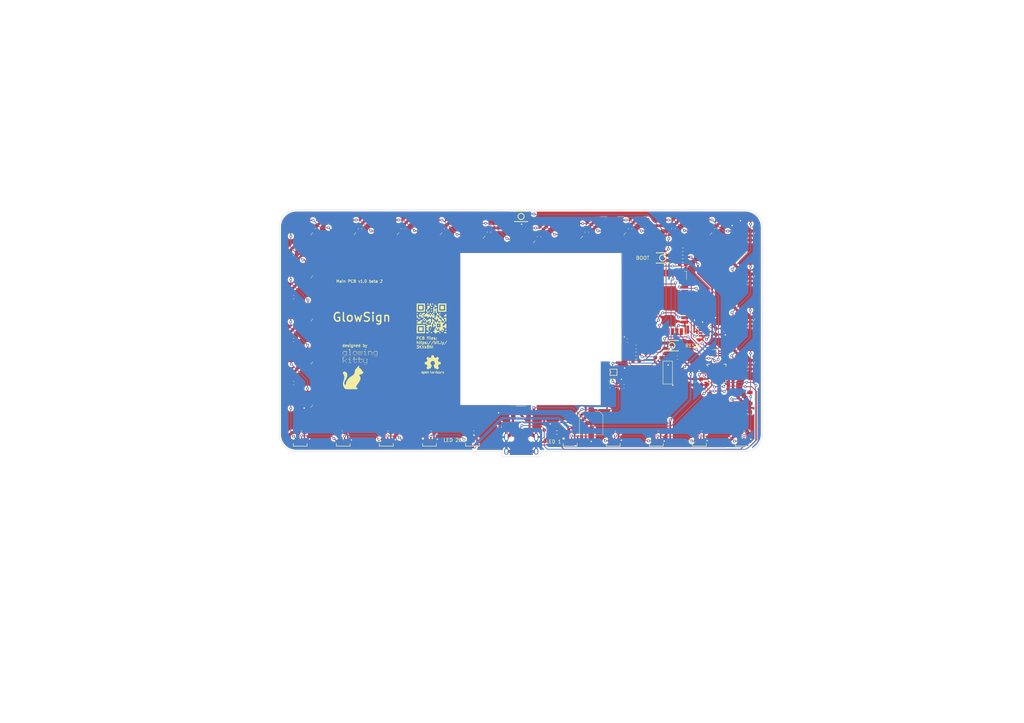
<source format=kicad_pcb>
(kicad_pcb (version 20211014) (generator pcbnew)
  (layers (0 "F.Cu" signal) (31 "B.Cu" signal) (34 "B.Paste" user) (35 "F.Paste" user) (36 "B.SilkS" user "B.Silkscreen") (37 "F.SilkS" user "F.Silkscreen") (38 "B.Mask" user) (39 "F.Mask" user) (44 "Edge.Cuts" user))
  (net 0 "")
  (net 1 "GND")
  (net 2 "+3V3")
  (net 3 "+5V")
  (net 4 "RESET")
  (net 5 "IO0")
  (net 6 "USB-C 5V")
  (net 7 "Net-(R1-Pad1)")
  (net 8 "LED1 DATA OUT")
  (net 9 "USB-C CC1")
  (net 10 "USB-C CC2")
  (net 11 "Net-(R4-Pad1)")
  (net 12 "Net-(R5-Pad1)")
  (net 13 "IO33{slash}MAINBUTTON")
  (net 14 "IO16{slash}LED1")
  (net 15 "IO32{slash}SD")
  (net 16 "IO14{slash}SCK")
  (net 17 "Net-(F1-Pad1)")
  (net 24 "IO15{slash}WS")
  (net 25 "I34{slash}BATTVOLT")
  (net 27 "RXD0")
  (net 28 "TXD0")
  (net 31 "USB-C DATA+")
  (net 32 "USB-C DATA-")
  (net 33 "RTS")
  (net 34 "DTR")
  (net 54 "Net-(D3-Pad3)")
  (net 55 "Net-(D4-Pad3)")
  (net 56 "Net-(D5-Pad3)")
  (net 57 "Net-(D6-Pad3)")
  (net 58 "Net-(D7-Pad3)")
  (net 59 "Net-(D8-Pad2)")
  (net 60 "Net-(D10-Pad4)")
  (net 61 "Net-(D10-Pad2)")
  (net 62 "Net-(D11-Pad2)")
  (net 63 "Net-(D12-Pad2)")
  (net 64 "Net-(D13-Pad2)")
  (net 65 "Net-(D14-Pad2)")
  (net 66 "Net-(D15-Pad2)")
  (net 67 "Net-(D16-Pad2)")
  (net 68 "Net-(D18-Pad2)")
  (net 69 "Net-(D19-Pad2)")
  (net 70 "Net-(D20-Pad2)")
  (net 71 "Net-(D21-Pad2)")
  (net 72 "Net-(D22-Pad2)")
  (net 73 "Net-(D23-Pad2)")
  (net 74 "Net-(D24-Pad2)")
  (net 75 "Net-(D25-Pad2)")
  (net 76 "Net-(D27-Pad3)")
  (net 77 "Net-(D28-Pad3)")
  (net 78 "Net-(D29-Pad3)")
  (net 95 "Net-(D17-Pad2)")
  (net 96 "Net-(D26-Pad2)")
  (net 97 "Net-(D30-Pad3)")
  (footprint "Capacitor_SMD:C_0603_1608Metric_Pad1.08x0.95mm_HandSolder" (layer "F.Cu") (at 170.13 67.45 -90)
    (fp_text reference "C31" hide)
    (fp_text value "0.1uf")
  )
  (footprint "footprint:LED-SMD_WS2812B-4020" (layer "F.Cu") (at 165.310798 128.608498 180)
    (fp_text reference "D3" hide)
    (fp_text value "WS2812B-4020")
  )
  (footprint "footprint:WIFI-SMD_ESP32-WROOM-32E" (layer "F.Cu") (at 187.19815 88.5572 90)
    (fp_text reference "U4" hide)
    (fp_text value "ESP32-WROOM-32E")
  )
  (footprint "LED_SMD:LED_WS2812B_PLCC4_5.0x5.0mm_P3.2mm" (layer "F.Cu") (at 136.7411 66.52)
    (fp_text reference "D18" hide)
    (fp_text value "WS2812B")
  )
  (footprint "LED_SMD:LED_WS2812B_PLCC4_5.0x5.0mm_P3.2mm" (layer "F.Cu") (at 214.9557 65.52)
    (fp_text reference "D12" hide)
    (fp_text value "WS2812B")
  )
  (footprint "Capacitor_SMD:C_0603_1608Metric_Pad1.08x0.95mm_HandSolder" (layer "F.Cu") (at 176.8 112.06)
    (fp_text reference "C48" hide)
    (fp_text value "0.1uF")
  )
  (footprint "LED_SMD:LED_WS2812B_PLCC4_5.0x5.0mm_P3.2mm" (layer "F.Cu") (at 177.5124 65.52)
    (fp_text reference "D15" hide)
    (fp_text value "WS2812B")
  )
  (footprint "Fuse:Fuse_1812_4532Metric_Pad1.30x3.40mm_HandSolder" (layer "F.Cu") (at 151.05 119.53)
    (fp_text reference "F1" hide)
    (fp_text value "BSMD1812-300-16V")
  )
  (footprint "LED_SMD:LED_WS2812B_PLCC4_5.0x5.0mm_P3.2mm" (layer "F.Cu") (at 214.9557 115.5)
    (fp_text reference "D8" hide)
    (fp_text value "WS2812B")
  )
  (footprint "footprint:LED-SMD_WS2812B-4020" (layer "F.Cu") (at 99.577298 128.608498 180)
    (fp_text reference "D28" hide)
    (fp_text value "WS2812B-4020")
  )
  (footprint "Capacitor_SMD:C_0603_1608Metric_Pad1.08x0.95mm_HandSolder" (layer "F.Cu") (at 165.75 125.53)
    (fp_text reference "C18" hide)
    (fp_text value "0.1uf")
  )
  (footprint "LOGO" (layer "F.Cu") (at 104.3462 106.162)
    (fp_text reference "logo" hide)
    (fp_text value "LOGO" hide)
  )
  (footprint "LED_SMD:LED_WS2812B_PLCC4_5.0x5.0mm_P3.2mm" (layer "F.Cu") (at 124.26 65.52)
    (fp_text reference "D19" hide)
    (fp_text value "WS2812B")
  )
  (footprint "Resistor_SMD:R_0603_1608Metric_Pad0.98x0.95mm_HandSolder" (layer "F.Cu") (at 144.89 123.88 -90)
    (fp_text reference "R2" hide)
    (fp_text value "5.1K")
  )
  (footprint "Capacitor_SMD:C_0603_1608Metric_Pad1.08x0.95mm_HandSolder" (layer "F.Cu") (at 190.8475 103.8 180)
    (fp_text reference "C7" hide)
    (fp_text value "10uF")
  )
  (footprint "LED_SMD:LED_WS2812B_PLCC4_5.0x5.0mm_P3.2mm" (layer "F.Cu") (at 99.2978 65.52)
    (fp_text reference "D21" hide)
    (fp_text value "WS2812B")
  )
  (footprint "Capacitor_SMD:C_0603_1608Metric_Pad1.08x0.95mm_HandSolder" (layer "F.Cu") (at 85.1825 73.77)
    (fp_text reference "C38" hide)
    (fp_text value "0.1uf")
  )
  (footprint "LED_SMD:LED_WS2812B_PLCC4_5.0x5.0mm_P3.2mm" (layer "F.Cu") (at 202.4746 65.52)
    (fp_text reference "D13" hide)
    (fp_text value "WS2812B")
  )
  (footprint "footprint:QFN-28_L5.0-W5.0-P0.50-BL-EP" (layer "F.Cu") (at 207.81 108.35 -90)
    (fp_text reference "U7" hide)
    (fp_text value "CP2102-GMR")
  )
  (footprint "Capacitor_SMD:CP_Elec_6.3x5.4" (layer "F.Cu") (at 171.4 122.75 -90)
    (fp_text reference "C3" hide)
    (fp_text value "220uF 10V")
  )
  (footprint "LED_SMD:LED_WS2812B_PLCC4_5.0x5.0mm_P3.2mm" (layer "F.Cu") (at 214.9557 90.51)
    (fp_text reference "D10" hide)
    (fp_text value "WS2812B")
  )
  (footprint "Capacitor_SMD:C_0603_1608Metric_Pad1.08x0.95mm_HandSolder" (layer "F.Cu") (at 156.32 68.78 -90)
    (fp_text reference "C32" hide)
    (fp_text value "0.1uf")
  )
  (footprint "Capacitor_SMD:C_0603_1608Metric_Pad1.08x0.95mm_HandSolder" (layer "F.Cu") (at 85.1825 98.716666)
    (fp_text reference "C40" hide)
    (fp_text value "0.1uf")
  )
  (footprint "Capacitor_SMD:C_0603_1608Metric_Pad1.08x0.95mm_HandSolder" (layer "F.Cu") (at 137.3475 125.53)
    (fp_text reference "C46" hide)
    (fp_text value "0.1uf")
  )
  (footprint "footprint:VSSOP-8_L2.4-W2.1-P0.50-LS3.2-BR" (layer "F.Cu") (at 177.86 108.058468 -90)
    (fp_text reference "U3" hide)
    (fp_text value "SN74LVC2T45DCUR")
  )
  (footprint "LED_SMD:LED_WS2812B_PLCC4_5.0x5.0mm_P3.2mm" (layer "F.Cu") (at 86.8167 103.005)
    (fp_text reference "D25" hide)
    (fp_text value "WS2812B")
  )
  (footprint "Capacitor_SMD:C_0603_1608Metric_Pad1.08x0.95mm_HandSolder" (layer "F.Cu") (at 91.94 66.45 -90)
    (fp_text reference "C37" hide)
    (fp_text value "0.1uf")
  )
  (footprint "Capacitor_SMD:C_0603_1608Metric_Pad1.08x0.95mm_HandSolder" (layer "F.Cu") (at 216.6475 69.76)
    (fp_text reference "C27" hide)
    (fp_text value "0.1uf")
  )
  (footprint "footprint:LED-SMD_WS2812B-4020" (layer "F.Cu") (at 177.791898 128.608498 180)
    (fp_text reference "D4" hide)
    (fp_text value "WS2812B-4020")
  )
  (footprint "Capacitor_SMD:C_0603_1608Metric_Pad1.08x0.95mm_HandSolder" (layer "F.Cu") (at 178.42 125.59)
    (fp_text reference "C19" hide)
    (fp_text value "0.1uf")
  )
  (footprint "footprint:SOT-223-4_L6.5-W3.5-P2.30-LS7.0-BR" (layer "F.Cu") (at 193.58 108.14)
    (fp_text reference "U18" hide)
    (fp_text value "BL1117-33CX")
  )
  (footprint "Capacitor_SMD:C_0603_1608Metric_Pad1.08x0.95mm_HandSolder" (layer "F.Cu") (at 112.5 125.53)
    (fp_text reference "C44" hide)
    (fp_text value "0.1uf")
  )
  (footprint "LED_SMD:LED_WS2812B_PLCC4_5.0x5.0mm_P3.2mm" (layer "F.Cu") (at 86.8167 90.51)
    (fp_text reference "D24" hide)
    (fp_text value "WS2812B")
  )
  (footprint "LED_SMD:LED_WS2812B_PLCC4_5.0x5.0mm_P3.2mm" (layer "F.Cu") (at 165.0313 66.52)
    (fp_text reference "D16" hide)
    (fp_text value "WS2812B")
  )
  (footprint "Capacitor_SMD:C_0603_1608Metric_Pad1.08x0.95mm_HandSolder" (layer "F.Cu") (at 85.1825 86.243333)
    (fp_text reference "C39" hide)
    (fp_text value "0.1uf")
  )
  (footprint "Capacitor_SMD:C_0603_1608Metric_Pad1.08x0.95mm_HandSolder" (layer "F.Cu") (at 85.1825 111.19)
    (fp_text reference "C41" hide)
    (fp_text value "0.1uf")
  )
  (footprint "footprint:LED-SMD_WS2812B-4020" (layer "F.Cu") (at 215.235198 128.608498 180)
    (fp_text reference "D7" hide)
    (fp_text value "WS2812B-4020")
  )
  (footprint "footprint:SW-SMD_4P-L3.7-W3.0-P1.50-LS4.7" (layer "F.Cu") (at 194.78 100.35)
    (fp_text reference "SW1" hide)
    (fp_text value "TS-1185EC-C-D-B")
  )
  (footprint "LED_SMD:LED_WS2812B_PLCC4_5.0x5.0mm_P3.2mm" (layer "F.Cu") (at 214.9557 103.005)
    (fp_text reference "D9" hide)
    (fp_text value "WS2812B")
  )
  (footprint "Capacitor_SMD:C_0603_1608Metric_Pad1.08x0.95mm_HandSolder" (layer "F.Cu") (at 216.6475 107.1025)
    (fp_text reference "C24" hide)
    (fp_text value "0.1uf")
  )
  (footprint "Capacitor_SMD:C_0603_1608Metric_Pad1.08x0.95mm_HandSolder" (layer "F.Cu") (at 141.8 67.45 -90)
    (fp_text reference "C33" hide)
    (fp_text value "0.1uf")
  )
  (footprint "LED_SMD:LED_WS2812B_PLCC4_5.0x5.0mm_P3.2mm" (layer "F.Cu") (at 111.7789 65.52)
    (fp_text reference "D20" hide)
    (fp_text value "WS2812B")
  )
  (footprint "Capacitor_SMD:C_0603_1608Metric_Pad1.08x0.95mm_HandSolder" (layer "F.Cu") (at 116.87 66.45 -90)
    (fp_text reference "C35" hide)
    (fp_text value "0.1uf")
  )
  (footprint "Capacitor_SMD:C_0603_1608Metric_Pad1.08x0.95mm_HandSolder" (layer "F.Cu") (at 190.8925 125.53)
    (fp_text reference "C20" hide)
    (fp_text value "0.1uf")
  )
  (footprint "LED_SMD:LED_WS2812B_PLCC4_5.0x5.0mm_P3.2mm" (layer "F.Cu") (at 151.2611 67.85)
    (fp_text reference "D17" hide)
    (fp_text value "WS2812B")
  )
  (footprint "Capacitor_SMD:C_0603_1608Metric_Pad1.08x0.95mm_HandSolder" (layer "F.Cu") (at 209.31 96.25 90)
    (fp_text reference "C47" hide)
    (fp_text value "10uF")
  )
  (footprint "footprint:LED-SMD_WS2812B-4020" (layer "F.Cu") (at 112.058398 128.608498 180)
    (fp_text reference "D29" hide)
    (fp_text value "WS2812B-4020")
  )
  (footprint "footprint:SC-70-6_L2.2-W1.3-P0.65-LS2.1-BR" (layer "F.Cu") (at 207.680859 102.59 180)
    (fp_text reference "U8" hide)
    (fp_text value "UMH3N")
  )
  (footprint "footprint:USB-3.1-SMD_U262-161N-4BVC11" (layer "F.Cu") (at 151.0472 129.7)
    (fp_text reference "USB1" hide)
    (fp_text value "U262-161N-4BVC11")
  )
  (footprint "footprint:LED-SMD_WS2812B-4020" (layer "F.Cu") (at 202.754098 128.608498 180)
    (fp_text reference "D6" hide)
    (fp_text value "WS2812B-4020")
  )
  (footprint "footprint:SW-SMD_4P-L3.7-W3.0-P1.50-LS4.7" (layer "F.Cu") (at 151.09 62.9 180)
    (fp_text reference "SW3" hide)
    (fp_text value "TS-1185EC-C-D-B")
  )
  (footprint "Capacitor_SMD:C_0603_1608Metric_Pad1.08x0.95mm_HandSolder" (layer "F.Cu") (at 87.44 125.53)
    (fp_text reference "C42" hide)
    (fp_text value "0.1uf")
  )
  (footprint "Resistor_SMD:R_0603_1608Metric_Pad0.98x0.95mm_HandSolder" (layer "F.Cu") (at 161.44 125.53)
    (fp_text reference "R1" hide)
    (fp_text value "62")
  )
  (footprint "Resistor_SMD:R_0603_1608Metric_Pad0.98x0.95mm_HandSolder" (layer "F.Cu") (at 157.78 123.88 -90)
    (fp_text reference "R3" hide)
    (fp_text value "5.1K")
  )
  (footprint "Capacitor_SMD:C_0603_1608Metric_Pad1.08x0.95mm_HandSolder" (layer "F.Cu") (at 216.6475 94.655)
    (fp_text reference "C25" hide)
    (fp_text value "0.1uf")
  )
  (footprint "Capacitor_SMD:C_0603_1608Metric_Pad1.08x0.95mm_HandSolder" (layer "F.Cu") (at 182.683333 66.45 -90)
    (fp_text reference "C30" hide)
    (fp_text value "0.1uf")
  )
  (footprint "LED_SMD:LED_WS2812B_PLCC4_5.0x5.0mm_P3.2mm" (layer "F.Cu") (at 86.8167 115.5)
    (fp_text reference "D26" hide)
    (fp_text value "WS2812B")
  )
  (footprint "LED_SMD:LED_WS2812B_PLCC4_5.0x5.0mm_P3.2mm" (layer "F.Cu") (at 86.8167 78.015)
    (fp_text reference "D23" hide)
    (fp_text value "WS2812B")
  )
  (footprint "footprint:LED-SMD_WS2812B-4020" (layer "F.Cu") (at 190.272998 128.608498 180)
    (fp_text reference "D5" hide)
    (fp_text value "WS2812B-4020")
  )
  (footprint "LED_SMD:LED_WS2812B_PLCC4_5.0x5.0mm_P3.2mm" (layer "F.Cu") (at 214.9557 78.015)
    (fp_text reference "D11" hide)
    (fp_text value "WS2812B")
  )
  (footprint "Capacitor_SMD:C_0603_1608Metric_Pad1.08x0.95mm_HandSolder" (layer "F.Cu") (at 195.236666 66.45 -90)
    (fp_text reference "C29" hide)
    (fp_text value "0.1uf")
  )
  (footprint "LOGO" (layer "F.Cu") (at 125.14 92.42)
    (fp_text reference "qrcode" hide)
    (fp_text value "LOGO" hide)
  )
  (footprint "Symbol:OSHW-Logo2_7.3x6mm_SilkScreen" (layer "F.Cu") (at 125.48122 105.878224)
    (fp_text reference "OSHW logo" hide)
    (fp_text value "OSHW-Logo2_7.3x6mm_SilkScreen" hide)
  )
  (footprint "Resistor_SMD:R_0603_1608Metric_Pad0.98x0.95mm_HandSolder" (layer "F.Cu") (at 184.42 102.72 180)
    (fp_text reference "R6" hide)
    (fp_text value "10K")
  )
  (footprint "Capacitor_SMD:C_0603_1608Metric_Pad1.08x0.95mm_HandSolder" (layer "F.Cu") (at 207.79 66.45 -90)
    (fp_text reference "C28" hide)
    (fp_text value "0.1uf")
  )
  (footprint "Capacitor_SMD:C_0603_1608Metric_Pad1.08x0.95mm_HandSolder" (layer "F.Cu") (at 125.03 125.53)
    (fp_text reference "C45" hide)
    (fp_text value "0.1uf")
  )
  (footprint "Capacitor_SMD:C_0603_1608Metric_Pad1.08x0.95mm_HandSolder" (layer "F.Cu") (at 201.23 110.87 90)
    (fp_text reference "C4" hide)
    (fp_text value "4.7uF 6.3V 10%")
  )
  (footprint "Capacitor_SMD:C_0603_1608Metric_Pad1.08x0.95mm_HandSolder" (layer "F.Cu") (at 180.92 112.08 180)
    (fp_text reference "C2" hide)
    (fp_text value "0.1uF")
  )
  (footprint "Capacitor_SMD:C_0603_1608Metric_Pad1.08x0.95mm_HandSolder" (layer "F.Cu") (at 129.335 66.45 -90)
    (fp_text reference "C34" hide)
    (fp_text value "0.1uf")
  )
  (footprint "footprint:MIC-SMD_8P-L3.0-W4.0-P0.85-BL" (layer "F.Cu") (at 203.78 96.28)
    (fp_text reference "U20" hide)
    (fp_text value "MSM261D4030H1CPM")
  )
  (footprint "Capacitor_SMD:C_0603_1608Metric_Pad1.08x0.95mm_HandSolder" (layer "F.Cu") (at 184.42 100.7 180)
    (fp_text reference "C8" hide)
    (fp_text value "1uF")
  )
  (footprint "Capacitor_SMD:C_0603_1608Metric_Pad1.08x0.95mm_HandSolder" (layer "F.Cu") (at 104.405 66.45 -90)
    (fp_text reference "C36" hide)
    (fp_text value "0.1uf")
  )
  (footprint "footprint:LED-SMD_WS2812B-4020" (layer "F.Cu") (at 87.096198 128.608498 180)
    (fp_text reference "D27" hide)
    (fp_text value "WS2812B-4020")
  )
  (footprint "LED_SMD:LED_WS2812B_PLCC4_5.0x5.0mm_P3.2mm" (layer "F.Cu") (at 189.9935 65.52)
    (fp_text reference "D14" hide)
    (fp_text value "WS2812B")
  )
  (footprint "LED_SMD:LED_WS2812B_PLCC4_5.0x5.0mm_P3.2mm" (layer "F.Cu") (at 86.8167 65.52)
    (fp_text reference "D22" hide)
    (fp_text value "WS2812B")
  )
  (footprint "Capacitor_SMD:C_0603_1608Metric_Pad1.08x0.95mm_HandSolder" (layer "F.Cu") (at 203.33 110.87 -90)
    (fp_text reference "C6" hide)
    (fp_text value "0.1uF")
  )
  (footprint "Capacitor_SMD:C_0603_1608Metric_Pad1.08x0.95mm_HandSolder" (layer "F.Cu") (at 181.91 98.89)
    (fp_text reference "C1" hide)
    (fp_text value "10uF")
  )
  (footprint "footprint:LED-SMD_WS2812B-4020" (layer "F.Cu") (at 124.539498 128.608498 180)
    (fp_text reference "D30" hide)
    (fp_text value "WS2812B-4020")
  )
  (footprint "Capacitor_SMD:C_0603_1608Metric_Pad1.08x0.95mm_HandSolder" (layer "F.Cu") (at 203.4 125.53)
    (fp_text reference "C21" hide)
    (fp_text value "0.1uf")
  )
  (footprint "footprint:LED-SMD_WS2812B-4020" (layer "F.Cu") (at 137.020598 128.608498 180)
    (fp_text reference "D31" hide)
    (fp_text value "WS2812B-4020")
  )
  (footprint "Capacitor_SMD:C_0603_1608Metric_Pad1.08x0.95mm_HandSolder" (layer "F.Cu") (at 216.6475 119.55)
    (fp_text reference "C23" hide)
    (fp_text value "0.1uf")
  )
  (footprint "Resistor_SMD:R_0603_1608Metric_Pad0.98x0.95mm_HandSolder" (layer "F.Cu") (at 197.93 74.65)
    (fp_text reference "R7" hide)
    (fp_text value "10K")
  )
  (footprint "Capacitor_SMD:C_0603_1608Metric_Pad1.08x0.95mm_HandSolder" (layer "F.Cu") (at 207.53 96.25 90)
    (fp_text reference "C10" hide)
    (fp_text value "0.1uF")
  )
  (footprint "Resistor_SMD:R_0603_1608Metric_Pad0.98x0.95mm_HandSolder" (layer "F.Cu") (at 197.93 72.56 180)
    (fp_text reference "R5" hide)
    (fp_text value "220")
  )
  (footprint "Capacitor_SMD:C_0603_1608Metric_Pad1.08x0.95mm_HandSolder" (layer "F.Cu") (at 197.93 76.69)
    (fp_text reference "C9" hide)
    (fp_text value "1uF")
  )
  (footprint "Resistor_SMD:R_0603_1608Metric_Pad0.98x0.95mm_HandSolder" (layer "F.Cu") (at 184.42 104.74 180)
    (fp_text reference "R4" hide)
    (fp_text value "220")
  )
  (footprint "Capacitor_SMD:C_0603_1608Metric_Pad1.08x0.95mm_HandSolder" (layer "F.Cu") (at 196.3775 103.8)
    (fp_text reference "C5" hide)
    (fp_text value "10uF")
  )
  (footprint "Capacitor_SMD:C_0603_1608Metric_Pad1.08x0.95mm_HandSolder" (layer "F.Cu") (at 215.7325 125.53)
    (fp_text reference "C22" hide)
    (fp_text value "0.1uf")
  )
  (footprint "footprint:SW-SMD_4P-L3.7-W3.0-P1.50-LS4.7" (layer "F.Cu") (at 192.12 74.93 180)
    (fp_text reference "SW2" hide)
    (fp_text value "TS-1185EC-C-D-B")
  )
  (footprint "Capacitor_SMD:C_0603_1608Metric_Pad1.08x0.95mm_HandSolder" (layer "F.Cu") (at 99.3 125.57)
    (fp_text reference "C43" hide)
    (fp_text value "0.1uf")
  )
  (footprint "Capacitor_SMD:C_0603_1608Metric_Pad1.08x0.95mm_HandSolder" (layer "F.Cu") (at 216.6475 82.2075)
    (fp_text reference "C26" hide)
    (fp_text value "0.1uf")
  )
  (gr_line locked (start 145.615534 132.505534) (end 145.615534 131.505534) (layer "Edge.Cuts") (width 0.1))
  (gr_line locked (start 86.015534 61.005534) (end 216.015534 61.005534) (layer "Edge.Cuts") (width 0.1))
  (gr_line locked (start 216.015534 131.005534) (end 157.115534 131.005534) (layer "Edge.Cuts") (width 0.1))
  (gr_arc locked (start 145.115534 131.005534) (mid 145.469087 131.151981) (end 145.615534 131.505534) (layer "Edge.Cuts") (width 0.1))
  (gr_arc locked (start 81.015534 66.005534) (mid 82.48 62.47) (end 86.015534 61.005534) (layer "Edge.Cuts") (width 0.1))
  (gr_line locked (start 81.015534 126.005534) (end 81.015534 66.005534) (layer "Edge.Cuts") (width 0.1))
  (gr_line locked (start 156.615534 131.505534) (end 156.615534 132.505534) (layer "Edge.Cuts") (width 0.1))
  (gr_line locked (start 156.615534 132.505534) (end 145.615534 132.505534) (layer "Edge.Cuts") (width 0.1))
  (gr_arc locked (start 86.015534 131.005534) (mid 82.48 129.541068) (end 81.015534 126.005534) (layer "Edge.Cuts") (width 0.1))
  (gr_arc locked (start 221.015534 126.005534) (mid 219.551068 129.541068) (end 216.015534 131.005534) (layer "Edge.Cuts") (width 0.1))
  (gr_arc locked (start 156.615534 131.505534) (mid 156.761981 131.151981) (end 157.115534 131.005534) (layer "Edge.Cuts") (width 0.1))
  (gr_line locked (start 221.015534 66.005534) (end 221.015534 126.005534) (layer "Edge.Cuts") (width 0.1))
  (gr_line locked (start 145.115534 131.005534) (end 86.015534 131.005534) (layer "Edge.Cuts") (width 0.1))
  (gr_arc locked (start 216.015534 61.005534) (mid 219.551068 62.47) (end 221.015534 66.005534) (layer "Edge.Cuts") (width 0.1))
  (gr_text "Main PCB v1.0 beta 2" (at 97.43 81.68) (layer "F.SilkS") (effects (font (size 0.8 0.8)) (justify left)))
  (gr_text "PCB files:\nhttps://bit.ly/\n3KXk8NI" (at 120.65122 99.458224) (layer "F.SilkS") (effects (font (size 0.8 0.8)) (justify left)))
  (gr_text "BOOT" (at 186.32 74.94) (layer "F.SilkS") (effects (font (size 1 1))))
  (gr_text "GlowSign" (at 96.25 92.1) (layer "F.SilkS") (effects (font (size 2.5 2.5) (thickness 0.4)) (justify left)))
  (gr_text "LED 28" (at 131.28 127.72) (layer "F.SilkS") (effects (font (size 1 1))))
  (gr_text "RESET" (at 200.94 100.39) (layer "F.SilkS") (effects (font (size 1 1))))
  (gr_text "LED 1" (at 160.5 128.17) (layer "F.SilkS") (effects (font (size 1 1))))
  (gr_text "designed by" (at 99.19 100.32) (layer "F.SilkS") (effects (font (size 0.8 0.8)) (justify left)))
  (segment (start 179.33 125.6375) (end 179.2825 125.59) (width 0.4) (layer "F.Cu") (net 1))
  (segment (start 210.8375 94.5975) (end 210.8375 96.6425) (width 0.25) (layer "F.Cu") (net 1))
  (segment (start 180.0575 112.08) (end 180.0575 110.1925) (width 0.25) (layer "F.Cu") (net 1))
  (segment (start 204.51 99.54) (end 205.69 99.54) (width 0.25) (layer "F.Cu") (net 1))
  (segment (start 198.039975 110.439975) (end 199.34 111.74) (width 0.8) (layer "F.Cu") (net 1))
  (segment (start 129.335 67.3125) (end 126.9025 67.3125) (width 0.8) (layer "F.Cu") (net 1))
  (segment (start 217.51 95.42) (end 217.51 94.655) (width 0.8) (layer "F.Cu") (net 1))
  (segment (start 202.055032 96.270488) (end 201.470488 96.270488) (width 0.25) (layer "F.Cu") (net 1))
  (segment (start 89.4592 67.3125) (end 89.2667 67.12) (width 0.8) (layer "F.Cu") (net 1))
  (segment (start 144.89 122.9675) (end 144.8975 122.96) (width 0.8) (layer "F.Cu") (net 1))
  (segment (start 201.4321 120.0175) (end 203.6846 122.27) (width 0.8) (layer "F.Cu") (net 1))
  (segment (start 155.089542 126.812408) (end 154.446762 126.169628) (width 0.8) (layer "F.Cu") (net 1))
  (segment (start 217.4057 104.3557) (end 214.05 101) (width 0.8) (layer "F.Cu") (net 1))
  (segment (start 216.510154 125.614846) (end 216.595 125.53) (width 0.4) (layer "F.Cu") (net 1))
  (segment (start 217.12 108.12) (end 217.51 107.73) (width 0.8) (layer "F.Cu") (net 1))
  (segment (start 137.745554 126.605554) (end 137.47 126.33) (width 0.4) (layer "F.Cu") (net 1))
  (segment (start 203.6846 120.3954) (end 203.6846 122.27) (width 0.8) (layer "F.Cu") (net 1))
  (segment (start 126.9025 67.3125) (end 126.71 67.12) (width 0.8) (layer "F.Cu") (net 1))
  (segment (start 182.09 100.7) (end 181.27 101.52) (width 0.8) (layer "F.Cu") (net 1))
  (segment (start 190.33985 90.6371) (end 190.33985 86.9671) (width 0.8) (layer "F.Cu") (net 1))
  (segment (start 179.9624 67.12) (end 178.98 67.12) (width 0.8) (layer "F.Cu") (net 1))
  (segment (start 182.683333 67.3125) (end 180.1549 67.3125) (width 0.8) (layer "F.Cu") (net 1))
  (segment (start 207.53 97.7) (end 207.53 97.1125) (width 0.25) (layer "F.Cu") (net 1))
  (segment (start 125.814454 125.608046) (end 125.8925 125.53) (width 0.4) (layer "F.Cu") (net 1))
  (segment (start 139.1911 68.12) (end 139.1911 68.5289) (width 0.8) (layer "F.Cu") (net 1))
  (segment (start 114.491502 127.758498) (end 114.66 127.59) (width 0.4) (layer "F.Cu") (net 1))
  (segment (start 217.51 104.7093) (end 217.4057 104.605) (width 0.8) (layer "F.Cu") (net 1))
  (segment (start 217.06 108.12) (end 217.12 108.12) (width 0.8) (layer "F.Cu") (net 1))
  (segment (start 192.636 67.3125) (end 192.4435 67.12) (width 0.8) (layer "F.Cu") (net 1))
  (segment (start 179.066854 127.758498) (end 179.066854 127.173146) (width 0.4) (layer "F.Cu") (net 1))
  (segment (start 155.467241 124.202759) (end 155.467241 126.812408) (width 0.8) (layer "F.Cu") (net 1))
  (segment (start 205.310051 107.849695) (end 207.309543 107.849695) (width 0.25) (layer "F.Cu") (net 1))
  (segment (start 171.4 128.09) (end 171.4 125.55) (width 0.8) (layer "F.Cu") (net 1))
  (segment (start 88.98 67.12) (end 87.18 68.92) (width 0.8) (layer "F.Cu") (net 1))
  (segment (start 186.66985 90.6371) (end 181.0671 90.6371) (width 0.8) (layer "F.Cu") (net 1))
  (segment (start 86.045 98.716666) (end 86.045 101.085) (width 0.8) (layer "F.Cu") (net 1))
  (segment (start 203.6846 73.5746) (end 208.4 78.29) (width 0.8) (layer "F.Cu") (net 1))
  (segment (start 194.2125 120.0175) (end 201.4321 120.0175) (width 0.8) (layer "F.Cu") (net 1))
  (segment (start 188.50485 90.6371) (end 188.50485 86.9671) (width 0.8) (layer "F.Cu") (net 1))
  (segment (start 217.4057 79.615) (end 217.26 79.4693) (width 0.8) (layer "F.Cu") (net 1))
  (segment (start 216.595 123.105) (end 216.595 125.53) (width 0.8) (layer "F.Cu") (net 1))
  (segment (start 217.51 94.655) (end 217.51 92.2143) (width 0.8) (layer "F.Cu") (net 1))
  (segment (start 201.23 111.7325) (end 203.33 111.7325) (width 0.8) (layer "F.Cu") (net 1))
  (segment (start 217.4057 92.11) (end 217.4057 91.8857) (width 0.8) (layer "F.Cu") (net 1))
  (segment (start 186.66985 90.6371) (end 186.66985 86.9671) (width 0.8) (layer "F.Cu") (net 1))
  (segment (start 91.94 67.3125) (end 89.4592 67.3125) (width 0.8) (layer "F.Cu") (net 1))
  (segment (start 138.295554 126.605554) (end 137.745554 126.605554) (width 0.4) (layer "F.Cu") (net 1))
  (segment (start 89.2667 67.12) (end 88.98 67.12) (width 0.8) (layer "F.Cu") (net 1))
  (segment (start 202.15 106.9) (end 202.06 106.81) (width 0.25) (layer "F.Cu") (net 1))
  (segment (start 210.15 65.46) (end 208.2975 67.3125) (width 0.8) (layer "F.Cu") (net 1))
  (segment (start 189.300064 75.680064) (end 187.97 74.35) (width 0.25) (layer "F.Cu") (net 1))
  (segment (start 201.32 96.12) (end 201.32 92.97) (width 0.25) (layer "F.Cu") (net 1))
  (segment (start 166.6125 125.53) (end 166.6125 127.731752) (width 0.4) (layer "F.Cu") (net 1))
  (segment (start 125.814454 127.758498) (end 125.814454 125.608046) (width 0.4) (layer "F.Cu") (net 1))
  (segment (start 203.6846 122.27) (end 203.6846 124.9521) (width 0.8) (layer "F.Cu") (net 1))
  (segment (start 167.4813 68.12) (end 165.9588 69.6425) (width 0.8) (layer "F.Cu") (net 1))
  (segment (start 191.547954 127.758498) (end 192.338498 127.758498) (width 0.4) (layer "F.Cu") (net 1))
  (segment (start 198.7925 76.69) (end 200.5692 76.69) (width 0.25) (layer "F.Cu") (net 1))
  (segment (start 141.8 68.3125) (end 139.3836 68.3125) (width 0.8) (layer "F.Cu") (net 1))
  (segment (start 181.0475 99.6575) (end 181.0475 98.89) (width 0.8) (layer "F.Cu") (net 1))
  (segment (start 200.5692 76.69) (end 203.6846 73.5746) (width 0.25) (layer "F.Cu") (net 1))
  (segment (start 126.71 67.12) (end 126.65 67.12) (width 0.8) (layer "F.Cu") (net 1))
  (segment (start 114.4214 67.3125) (end 114.2289 67.12) (width 0.8) (layer "F.Cu") (net 1))
  (segment (start 191.547954 125.737046) (end 191.755 125.53) (width 0.4) (layer "F.Cu") (net 1))
  (segment (start 100.852254 126.259754) (end 100.1625 125.57) (width 0.4) (layer "F.Cu") (net 1))
  (segment (start 217.26 79.4693) (end 217.26 79.01) (width 0.8) (layer "F.Cu") (net 1))
  (segment (start 203.779949 93.589949) (end 203.68 93.49) (width 0.25) (layer "F.Cu") (net 1))
  (segment (start 178.618166 109.608379) (end 179.709787 110.7) (width 0.25) (layer "F.Cu") (net 1))
  (segment (start 210.8375 96.6425) (end 210.3675 97.1125) (width 0.25) (layer "F.Cu") (net 1))
  (segment (start 181.0671 90.6371) (end 181.00485 90.57485) (width 0.8) (layer "F.Cu") (net 1))
  (segment (start 139.1911 68.5289) (end 137.56 70.16) (width 0.8) (layer "F.Cu") (net 1))
  (segment (start 181.00485 90.57485) (end 181.00485 96.3021) (width 0.8) (layer "F.Cu") (net 1))
  (segment (start 194.2125 115.82) (end 194.2125 120.0175) (width 0.8) (layer "F.Cu") (net 1))
  (segment (start 187.97 74.35) (end 187.97 68.87) (width 0.25) (layer "F.Cu") (net 1))
  (segment (start 192.338498 127.758498) (end 192.56 127.98) (width 0.4) (layer "F.Cu") (net 1))
  (segment (start 217.4057 66.8757) (end 214.66 64.13) (width 0.8) (layer "F.Cu") (net 1))
  (segment (start 217.51 69.76) (end 217.51 67.2243) (width 0.8) (layer "F.Cu") (net 1))
  (segment (start 203.779949 98.809949) (end 204.51 99.54) (width 0.25) (layer "F.Cu") (net 1))
  (segment (start 217.51 79.7193) (end 217.4057 79.615) (width 0.8) (layer "F.Cu") (net 1))
  (segment (start 182.09 100.7) (end 181.0475 99.6575) (width 0.8) (layer "F.Cu") (net 1))
  (segment (start 155.467241 126.812408) (end 155.089542 126.812408) (width 0.8) (layer "F.Cu") (net 1))
  (segment (start 138.295554 125.615554) (end 138.21 125.53) (width 0.4) (layer "F.Cu") (net 1))
  (segment (start 88.25 115.59) (end 88.25 118.42) (width 0.8) (layer "F.Cu") (net 1))
  (segment (start 170.13 68.3125) (end 167.6738 68.3125) (width 0.8) (layer "F.Cu") (net 1))
  (segment (start 152.24 70.92) (end 144.4075 70.92) (width 0.8) (layer "F.Cu") (net 1))
  (segment (start 177.25 68.85) (end 170.6675 68.85) (width 0.8) (layer "F.Cu") (net 1))
  (segment (start 204.908498 127.758498) (end 205.01 127.86) (width 0.4) (layer "F.Cu") (net 1))
  (segment (start 203.51 67.12) (end 201.73 68.9) (width 0.8) (layer "F.Cu") (net 1))
  (segment (start 180.736411 106.508557) (end 181.27 105.974968) (width 0.25) (layer "F.Cu") (net 1))
  (segment (start 125.814454 127.758498) (end 126.541502 127.758498) (width 0.4) (layer "F.Cu") (net 1))
  (segment (start 126.65 67.12) (end 124.51 69.26) (width 0.8) (layer "F.Cu") (net 1))
  (segment (start 146.827159 126.812408) (end 147.204858 126.812408) (width 0.8) (layer "F.Cu") (net 1))
  (segment (start 207.79 67.3125) (end 205.1171 67.3125) (width 0.8) (layer "F.Cu") (net 1))
  (segment (start 217.51 119.55) (end 217.51 122.19) (width 0.8) (layer "F.Cu") (net 1))
  (segment (start 203.779949 95.045443) (end 203.779949 93.589949) (width 0.25) (layer "F.Cu") (net 1))
  (segment (start 144.8975 122.96) (end 145.83 122.96) (width 0.8) (layer "F.Cu") (net 1))
  (segment (start 194.2125 113.94) (end 194.2125 112.642375) (width 0.8) (layer "F.Cu") (net 1))
  (segment (start 204.9246 70.16) (end 203.6846 71.4) (width 0.8) (layer "F.Cu") (net 1))
  (segment (start 88.25 118.42) (end 88.25 118.1167) (width 0.8) (layer "F.Cu") (net 1))
  (segment (start 89.2667 104.3067) (end 89.2667 104.605) (width 0.8) (layer "F.Cu") (net 1))
  (segment (start 180.1549 67.3125) (end 179.9624 67.12) (width 0.8) (layer "F.Cu") (net 1))
  (segment (start 151.379936 65.030064) (end 151.25 65.16) (width 0.16) (layer "F.Cu") (net 1))
  (segment (start 192.43 121.8) (end 192.43 124.855) (width 0.6) (layer "F.Cu") (net 1))
  (segment (start 217.51 67.2243) (end 217.4057 67.12) (width 0.8) (layer "F.Cu") (net 1))
  (segment (start 95.4923 69.1623) (end 93.6425 67.3125) (width 0.8) (layer "F.Cu") (net 1))
  (segment (start 205.504867 96.270488) (end 206.687988 96.270488) (width 0.25) (layer "F.Cu") (net 1))
  (segment (start 89.2667 92.11) (end 89.2667 94.2033) (width 0.8) (layer "F.Cu") (net 1))
  (segment (start 217.26 79.01) (end 214.68 76.43) (width 0.8) (layer "F.Cu") (net 1))
  (segment (start 204.199695 107.849695) (end 203.25 106.9) (width 0.25) (layer "F.Cu") (net 1))
  (segment (start 194.2125 112.642375) (end 195.067437 111.787437) (width 0.8) (layer "F.Cu") (net 1))
  (segment (start 192.43 124.855) (end 191.755 125.53) (width 0.6) (layer "F.Cu") (net 1))
  (segment (start 166.585754 127.758498) (end 166.585754 129.115754) (width 0.4) (layer "F.Cu") (net 1))
  (segment (start 198.109936 99.599936) (end 201.900305 103.390305) (width 0.25) (layer "F.Cu") (net 1))
  (segment (start 89.2667 104.605) (end 89.2667 106.4433) (width 0.8) (layer "F.Cu") (net 1))
  (segment (start 204.029054 127.758498) (end 204.908498 127.758498) (width 0.4) (layer "F.Cu") (net 1))
  (segment (start 216.510154 127.758498) (end 216.510154 125.614846) (width 0.4) (layer "F.Cu") (net 1))
  (segment (start 88.371154 127.758498) (end 89.401502 127.758498) (width 0.4) (layer "F.Cu") (net 1))
  (segment (start 208.46 92.22) (end 210.8375 94.5975) (width 0.25) (layer "F.Cu") (net 1))
  (segment (start 151.379936 63.650064) (end 152.989924 63.650064) (width 0.25) (layer "F.Cu") (net 1))
  (segment (start 187.97 68.87) (end 184.240833 68.87) (width 0.8) (layer "F.Cu") (net 1))
  (segment (start 217.51 73.1) (end 217.51 69.76) (width 0.8) (layer "F.Cu") (net 1))
  (segment (start 113.333354 125.559146) (end 113.3625 125.53) (width 0.4) (layer "F.Cu") (net 1))
  (segment (start 180.148498 127.758498) (end 180.15 127.76) (width 0.4) (layer "F.Cu") (net 1))
  (segment (start 179.709787 110.7) (end 179.92 110.7) (width 0.25) (layer "F.Cu") (net 1))
  (segment (start 207.309543 107.849695) (end 207.809924 108.350076) (width 0.25) (layer "F.Cu") (net 1))
  (segment (start 190.220076 75.680064) (end 194.019924 75.680064) (width 0.25) (layer "F.Cu") (net 1))
  (segment (start 217.51 82.2075) (end 217.51 79.7193) (width 0.8) (layer "F.Cu") (net 1))
  (segment (start 203.6846 71.4) (end 203.6846 73.5746) (width 0.8) (layer "F.Cu") (net 1))
  (segment (start 203.25 106.9) (end 202.87 106.9) (width 0.25) (layer "F.Cu") (net 1))
  (segment (start 201.900305 106.650305) (end 202.15 106.9) (width 0.25) (layer "F.Cu") (net 1))
  (segment (start 86.045 97.425) (end 86.045 98.716666) (width 0.8) (layer "F.Cu") (net 1))
  (segment (start 146.827159 123.957159) (end 146.827159 126.812408) (width 0.8) (layer "F.Cu") (net 1))
  (segment (start 157.78 122.9675) (end 159.4875 122.9675) (width 0.8) (layer "F.Cu") (net 1))
  (segment (start 155.467241 130.992494) (end 146.827159 130.992494) (width 0.8) (layer "F.Cu") (net 1))
  (segment (start 149.190076 63.650064) (end 151.379936 63.650064) (width 0.25) (layer "F.Cu") (net 1))
  (segment (start 207.43 92.22) (end 208.46 92.22) (width 0.25) (layer "F.Cu") (net 1))
  (segment (start 166.585754 129.115754) (end 166.81 129.34) (width 0.4) (layer "F.Cu") (net 1))
  (segment (start 214.27 88.75) (end 214.27 86.14) (width 0.8) (layer "F.Cu") (net 1))
  (segment (start 86.045 113.385) (end 88.25 115.59) (width 0.8) (layer "F.Cu") (net 1))
  (segment (start 101.7478 68.0468) (end 100.6323 69.1623) (width 0.8) (layer "F.Cu") (net 1))
  (segment (start 124.51 69.26) (end 117.97 69.26) (width 0.8) (layer "F.Cu") (net 1))
  (segment (start 194.2125 115.82) (end 194.2125 113.94) (width 0.8) (layer "F.Cu") (net 1))
  (segment (start 217.4057 116.8457) (end 214.14 113.58) (width 0.8) (layer "F.Cu") (net 1))
  (segment (start 214.27 86.14) (end 217.51 82.9) (width 0.8) (layer "F.Cu") (net 1))
  (segment (start 184.240833 68.87) (end 182.683333 67.3125) (width 0.8) (layer "F.Cu") (net 1))
  (segment (start 201.73 68.9) (end 196.824166 68.9) (width 0.8) (layer "F.Cu") (net 1))
  (segment (start 181.00485 86.72485) (end 181.00485 90.57485) (width 0.8) (layer "F.Cu") (net 1))
  (segment (start 139.3836 68.3125) (end 139.1911 68.12) (width 0.8) (layer "F.Cu") (net 1))
  (segment (start 154.446762 126.169628) (end 154.446762 126.069964) (width 0.8) (layer "F.Cu") (net 1))
  (segment (start 214.05 101) (end 214.05 98.88) (width 0.8) (layer "F.Cu") (net 1))
  (segment (start 100 125.4075) (end 100.1625 125.57) (width 0.8) (layer "F.Cu") (net 1))
  (segment (start 196.4149 110.439975) (end 198.039975 110.439975) (width 0.8) (layer "F.Cu") (net 1))
  (segment (start 193.21985 93.5171) (end 190.33985 90.6371) (width 0.2) (layer "F.Cu") (net 1))
  (segment (start 202.87 106.9) (end 202.87 107.39) (width 0.25) (layer "F.Cu") (net 1))
  (segment (start 145.83 122.96) (end 146.827159 123.957159) (width 0.8) (layer "F.Cu") (net 1))
  (segment (start 101.7478 67.12) (end 101.7478 68.0468) (width 0.8) (layer "F.Cu") (net 1))
  (segment (start 170.6675 68.85) (end 170.13 68.3125) (width 0.8) (layer "F.Cu") (net 1))
  (segment (start 208.4 115.68) (end 203.6846 120.3954) (width 0.8) (layer "F.Cu") (net 1))
  (segment (start 137.56 70.16) (end 131.09 70.16) (width 0.8) (layer "F.Cu") (net 1))
  (segment (start 86.045 86.243333) (end 86.045 88.925) (width 0.8) (layer "F.Cu") (net 1))
  (segment (start 178.98 67.12) (end 177.25 68.85) (width 0.8) (layer "F.Cu") (net 1))
  (segment (start 192.99 103.8) (end 192.99 105.21) (width 0.8) (layer "F.Cu") (net 1))
  (segment (start 217.4057 67.12) (end 217.4057 66.8757) (width 0.8) (layer "F.Cu") (net 1))
  (segment (start 217.51 92.2143) (end 217.4057 92.11) (width 0.8) (layer "F.Cu") (net 1))
  (segment (start 203.6846 124.9521) (end 204.2625 125.53) (width 0.8) (layer "F.Cu") (net 1))
  (segment (start 205.310051 107.849695) (end 204.199695 107.849695) (width 0.25) (layer "F.Cu") (net 1))
  (segment (start 214.05 98.88) (end 217.51 95.42) (width 0.8) (layer "F.Cu") (net 1))
  (segment (start 117.97 69.26) (end 116.87 68.16) (width 0.8) (layer "F.Cu") (net 1))
  (segment (start 179.066854 127.758498) (end 180.148498 127.758498) (width 0.4) (layer "F.Cu") (net 1))
  (segment (start 181.00485 79.3021) (end 181.00485 86.72485) (width 0.8) (layer "F.Cu") (net 1))
  (segment (start 202.87 107.39) (end 202.72 107.54) (width 0.25) (layer "F.Cu") (net 1))
  (segment (start 201.900305 103.390305) (end 201.900305 106.650305) (width 0.25) (layer "F.Cu") (net 1))
  (segment (start 212.17 65.46) (end 210.15 65.46) (width 0.8) (layer "F.Cu") (net 1))
  (segment (start 89.401502 127.758498) (end 89.79 127.37) (width 0.4) (layer "F.Cu") (net 1))
  (segment (start 131.09 70.16) (end 129.335 68.405) (width 0.8) (layer "F.Cu") (net 1))
  (segment (start 214.66 76.43) (end 214.66 75.95) (width 0.8) (layer "F.Cu") (net 1))
  (segment (start 208.2975 67.3125) (end 207.79 67.3125) (width 0.8) (layer "F.Cu") (net 1))
  (segment (start 217.51 82.9) (end 217.51 82.2075) (width 0.8) (layer "F.Cu") (net 1))
  (segment (start 181.27 105.974968) (end 181.27 106.67) (width 0.25) (layer "F.Cu") (net 1))
  (segment (start 190.220076 75.680064) (end 189.300064 75.680064) (width 0.25) (layer "F.Cu") (net 1))
  (segment (start 217.4057 91.8857) (end 214.27 88.75) (width 0.8) (layer "F.Cu") (net 1))
  (segment (start 199.34 111.74) (end 201.2225 111.74) (width 0.8) (layer "F.Cu") (net 1))
  (segment (start 114.2289 67.3711) (end 112.64 68.96) (width 0.8) (layer "F.Cu") (net 1))
  (segment (start 181.27 101.52) (end 181.27 105.974968) (width 0.8) (layer "F.Cu") (net 1))
  (segment (start 190.33985 86.9671) (end 186.66985 86.9671) (width 0.8) (layer "F.Cu") (net 1))
  (segment (start 210.3675 97.1125) (end 209.3525 97.1125) (width 0.25) (layer "F.Cu") (net 1))
  (segment (start 104.405 67.3125) (end 101.9403 67.3125) (width 0.8) (layer "F.Cu") (net 1))
  (segment (start 180.0575 110.8375) (end 180.0575 112.08) (width 0.25) (layer "F.Cu") (net 1))
  (segment (start 88.3025 127.689844) (end 88.371154 127.758498) (width 0.4) (layer "F.Cu") (net 1))
  (segment (start 207.53 97.1125) (end 209.3525 97.1125) (width 0.5) (layer "F.Cu") (net 1))
  (segment (start 116.87 67.3125) (end 114.4214 67.3125) (width 0.8) (layer "F.Cu") (net 1))
  (segment (start 89.2667 79.615) (end 89.2667 83.021633) (width 0.8) (layer "F.Cu") (net 1))
  (segment (start 195.236666 67.3125) (end 192.636 67.3125) (width 0.8) (layer "F.Cu") (net 1))
  (segment (start 214.14 113.58) (end 214.14 111.04) (width 0.8) (layer "F.Cu") (net 1))
  (segment (start 101.9403 67.3125) (end 101.7478 67.12) (width 0.8) (layer "F.Cu") (net 1))
  (segment (start 138.295554 127.758498) (end 138.295554 126.605554) (width 0.4) (layer "F.Cu") (net 1))
  (segment (start 114.2289 67.12) (end 114.2289 67.3711) (width 0.8) (layer "F.Cu") (net 1))
  (segment (start 217.64 127.45) (end 217.64 126.575) (width 0.8) (layer "F.Cu") (net 1))
  (segment (start 181.27 106.67) (end 181.11 106.83) (width 0.25) (layer "F.Cu") (net 1))
  (segment (start 100.852254 127.758498) (end 100.852254 126.259754) (width 0.4) (layer "F.Cu") (net 1))
  (segment (start 217.64 126.575) (end 216.595 125.53) (width 0.8) (layer "F.Cu") (net 1))
  (segment (start 181.0475 98.89) (end 181.00485 98.84735) (width 0.25) (layer "F.Cu") (net 1))
  (segment (start 144.4075 70.92) (end 141.8 68.3125) (width 0.8) (layer "F.Cu") (net 1))
  (segment (start 89.2667 106.4433) (end 86.045 109.665) (width 0.8) (layer "F.Cu") (net 1))
  (segment (start 190.6935 68.87) (end 187.97 68.87) (width 0.8) (layer "F.Cu") (net 1))
  (segment (start 144.89 120.14) (end 144.56 119.81) (width 0.8) (layer "F.Cu") (net 1))
  (segment (start 166.6125 127.731752) (end 166.585754 127.758498) (width 0.4) (layer "F.Cu") (net 1))
  (segment (start 100.852254 127.758498) (end 101.841502 127.758498) (width 0.4) (layer "F.Cu") (net 1))
  (segment (start 217.4057 119.4457) (end 217.51 119.55) (width 0.8) (layer "F.Cu") (net 1))
  (segment (start 214.14 111.04) (end 217.06 108.12) (width 0.8) (layer "F.Cu") (net 1))
  (segment (start 204.9246 67.12) (end 203.51 67.12) (width 0.8) (layer "F.Cu") (net 1))
  (segment (start 192.99 105.21) (end 193.71 105.93) (width 0.8) (layer "F.Cu") (net 1))
  (segment (start 86.045 101.085) (end 89.2667 104.3067) (width 0.8) (layer "F.Cu") (net 1))
  (segment (start 87.18 71.94) (end 86.045 73.075) (width 0.8) (layer "F.Cu") (net 1))
  (segment (start 89.2667 79.4367) (end 89.2667 79.615) (width 0.8) (layer "F.Cu") (net 1))
  (segment (start 86.045 73.075) (end 86.045 73.77) (width 0.8) (layer "F.Cu") (net 1))
  (segment (start 86.045 109.665) (end 86.045 111.19) (width 0.8) (layer "F.Cu") (net 1))
  (segment (start 217.4057 104.605) (end 217.4057 104.3557) (width 0.8) (layer "F.Cu") (net 1))
  (segment (start 204.9246 67.12) (end 204.9246 70.16) (width 0.8) (layer "F.Cu") (net 1))
  (segment (start 153.71 69.45) (end 152.24 70.92) (width 0.8) (layer "F.Cu") (net 1))
  (segment (start 129.335 68.405) (end 129.335 67.3125) (width 0.8) (layer "F.Cu") (net 1))
  (segment (start 100.6323 69.1623) (end 95.4923 69.1623) (width 0.8) (layer "F.Cu") (net 1))
  (segment (start 181.00485 98.84735) (end 181.00485 96.3021) (width 0.8) (layer "F.Cu") (net 1))
  (segment (start 86.045 111.19) (end 86.045 113.385) (width 0.8) (layer "F.Cu") (net 1))
  (segment (start 190.33985 90.6371) (end 186.66985 90.6371) (width 0.8) (layer "F.Cu") (net 1))
  (segment (start 214.66 75.95) (end 217.51 73.1) (width 0.8) (layer "F.Cu") (net 1))
  (segment (start 155.467241 124.202759) (end 156.7025 122.9675) (width 0.8) (layer "F.Cu") (net 1))
  (segment (start 165.9588 69.6425) (end 156.32 69.6425) (width 0.8) (layer "F.Cu") (net 1))
  (segment (start 217.51 107.73) (end 217.51 107.1025) (width 0.8) (layer "F.Cu") (net 1))
  (segment (start 178.618166 106.508557) (end 180.736411 106.508557) (width 0.25) (layer "F.Cu") (net 1))
  (segment (start 183.5575 100.7) (end 182.09 100.7) (width 0.8) (layer "F.Cu") (net 1))
  (segment (start 181.2471 86.9671) (end 181.00485 86.72485) (width 0.8) (layer "F.Cu") (net 1))
  (segment (start 101.841502 127.758498) (end 101.94 127.66) (width 0.4) (layer "F.Cu") (net 1))
  (segment (start 113.333354 127.758498) (end 113.333354 125.559146) (width 0.4) (layer "F.Cu") (net 1))
  (segment (start 178.118039 109.608379) (end 178.618166 109.608379) (width 0.25) (layer "F.Cu") (net 1))
  (segment (start 88.25 118.1167) (end 89.2667 117.1) (width 0.8) (layer "F.Cu") (net 1))
  (segment (start 180.0575 110.1925) (end 180.18 110.07) (width 0.25) (layer "F.Cu") (net 1))
  (segment (start 190.33985 88.8021) (end 186.66985 88.8021) (width 0.8) (layer "F.Cu") (net 1))
  (segment (start 212.25 65.54) (end 212.17 65.46) (width 0.8) (layer "F.Cu") (net 1))
  (segment (start 113.333354 127.758498) (end 114.491502 127.758498) (width 0.4) (layer "F.Cu") (net 1))
  (segment (start 138.295554 126.605554) (end 138.295554 125.615554) (width 0.4) (layer "F.Cu") (net 1))
  (segment (start 192.4435 67.12) (end 190.6935 68.87) (width 0.8) (layer "F.Cu") (net 1))
  (segment (start 86.045 88.925) (end 89.23 92.11) (width 0.8) (layer "F.Cu") (net 1))
  (segment (start 196.824166 68.9) (end 195.236666 67.3125) (width 0.8) (layer "F.Cu") (net 1))
  (segment (start 194.2125 120.0175) (end 192.43 121.8) (width 0.8) (layer "F.Cu") (net 1))
  (segment (start 153.9036 69.6425) (end 153.7111 69.45) (width 0.8) (layer "F.Cu") (net 1))
  (segment (start 178.118039 106.508557) (end 178.618166 106.508557) (width 0.25) (layer "F.Cu") (net 1))
  (segment (start 179.066854 127.173146) (end 179.33 126.91) (width 0.4) (layer "F.Cu") (net 1))
  (segment (start 179.92 110.7) (end 180.0575 110.8375) (width 0.25) (layer "F.Cu") (net 1))
  (segment (start 205.69 99.54) (end 207.53 97.7) (width 0.25) (layer "F.Cu") (net 1))
  (segment (start 209.3525 97.1125) (end 210.1925 97.1125) (width 0.5) (layer "F.Cu") (net 1))
  (segment (start 89.23 92.11) (end 89.2667 92.11) (width 0.8) (layer "F.Cu") (net 1))
  (segment (start 180.0975 112.12) (end 180.0575 112.08) (width 0.8) (layer "F.Cu") (net 1))
  (segment (start 195.067437 111.787437) (end 196.4149 110.439975) (width 0.8) (layer "F.Cu") (net 1))
  (segment (start 194.800064 99.599936) (end 196.679924 99.599936) (width 0.25) (layer "F.Cu") (net 1))
  (segment (start 217.4057 117.1) (end 217.4057 116.8457) (width 0.8) (layer "F.Cu") (net 1))
  (segment (start 87.18 68.92) (end 87.18 71.94) (width 0.8) (layer "F.Cu") (net 1))
  (segment (start 203.779949 97.495532) (end 203.779949 98.809949) (width 0.25) (layer "F.Cu") (net 1))
  (segment (start 88.3025 125.53) (end 88.3025 127.689844) (width 0.4) (layer "F.Cu") (net 1))
  (segment (start 153.7111 69.45) (end 153.71 69.45) (width 0.8) (layer "F.Cu") (net 1))
  (segment (start 151.379936 63.650064) (end 151.379936 65.030064) (width 0.25) (layer "F.Cu") (net 1))
  (segment (start 86.045 76.215) (end 89.2667 79.4367) (width 0.8) (layer "F.Cu") (net 1))
  (segment (start 202.87 106.9) (end 202.15 106.9) (width 0.25) (layer "F.Cu") (net 1))
  (segment (start 144.89 122.9675) (end 144.89 120.14) (width 0.8) (layer "F.Cu") (net 1))
  (segment (start 147.847638 126.169628) (end 147.847638 126.069964) (width 0.8) (layer "F.Cu") (net 1))
  (segment (start 198.51485 93.5171) (end 193.21985 93.5171) (width 0.2) (layer "F.Cu") (net 1))
  (segment (start 205.1171 67.3125) (end 204.9246 67.12) (width 0.8) (layer "F.Cu") (net 1))
  (segment (start 126.541502 127.758498) (end 126.82 127.48) (width 0.4) (layer "F.Cu") (net 1))
  (segment (start 147.204858 126.812408) (end 147.847638 126.169628) (width 0.8) (layer "F.Cu") (net 1))
  (segment (start 116.87 68.16) (end 116.87 67.3125) (width 0.8) (layer "F.Cu") (net 1))
  (segment (start 112.64 68.96) (end 106.0525 68.96) (width 0.8) (layer "F.Cu") (net 1))
  (segment (start 195.515 103.8) (end 192.99 103.8) (width 0.8) (layer "F.Cu") (net 1))
  (segment (start 89.2667 83.021633) (end 86.045 86.243333) (width 0.8) (layer "F.Cu") (net 1))
  (segment (start 191.547954 127.758498) (end 191.547954 125.737046) (width 0.4) (layer "F.Cu") (net 1))
  (segment (start 192.880076 99.599936) (end 194.800064 99.599936) (width 0.25) (layer "F.Cu") (net 1))
  (segment (start 167.6738 68.3125) (end 167.4813 68.12) (width 0.8) (layer "F.Cu") (net 1))
  (segment (start 179.33 126.91) (end 179.33 125.6375) (width 0.4) (layer "F.Cu") (net 1))
  (segment (start 106.0525 68.96) (end 104.405 67.3125) (width 0.8) (layer "F.Cu") (net 1))
  (segment (start 89.2667 94.2033) (end 86.045 97.425) (width 0.8) (layer "F.Cu") (net 1))
  (segment (start 186.66985 86.9671) (end 181.2471 86.9671) (width 0.8) (layer "F.Cu") (net 1))
  (segment (start 156.7025 122.9675) (end 157.78 122.9675) (width 0.8) (layer "F.Cu") (net 1))
  (segment (start 196.679924 99.599936) (end 198.109936 99.599936) (width 0.25) (layer "F.Cu") (net 1))
  (segment (start 214.68 76.43) (end 214.66 76.43) (width 0.8) (layer "F.Cu") (net 1))
  (segment (start 204.029054 125.763446) (end 204.2625 125.53) (width 0.4) (layer "F.Cu") (net 1))
  (segment (start 192.99 103.8) (end 191.71 103.8) (width 0.8) (layer "F.Cu") (net 1))
  (segment (start 156.32 69.6425) (end 153.9036 69.6425) (width 0.8) (layer "F.Cu") (net 1))
  (segment (start 86.045 73.77) (end 86.045 76.215) (width 0.8) (layer "F.Cu") (net 1))
  (segment (start 93.6425 67.3125) (end 91.94 67.3125) (width 0.8) (layer "F.Cu") (net 1))
  (segment (start 210.1925 97.1125) (end 210.28 97.2) (width 0.5) (layer "F.Cu") (net 1))
  (segment (start 159.4875 122.9675) (end 159.52 123) (width 0.8) (layer "F.Cu") (net 1))
  (segment (start 201.2225 111.74) (end 201.23 111.7325) (width 0.8) (layer "F.Cu") (net 1))
  (segment (start 201.470488 96.270488) (end 201.32 96.12) (width 0.25) (layer "F.Cu") (net 1))
  (segment (start 206.687988 96.270488) (end 207.53 97.1125) (width 0.25) (layer "F.Cu") (net 1))
  (segment (start 204.029054 127.758498) (end 204.029054 125.763446) (width 0.4) (layer "F.Cu") (net 1))
  (segment (start 217.51 122.19) (end 216.595 123.105) (width 0.8) (layer "F.Cu") (net 1))
  (segment (start 217.51 107.1025) (end 217.51 104.7093) (width 0.8) (layer "F.Cu") (net 1))
  (segment (start 217.4057 117.1) (end 217.4057 119.4457) (width 0.8) (layer "F.Cu") (net 1))
  (via (at 181.11 106.83) (size 0.8) (drill 0.4) (layers "F.Cu" "B.Cu") (net 1))
  (via (at 180.15 127.76) (size 0.8) (drill 0.4) (layers "F.Cu" "B.Cu") (net 1))
  (via (at 203.68 93.49) (size 0.8) (drill 0.4) (layers "F.Cu" "B.Cu") (net 1))
  (via (at 89.79 127.37) (size 0.8) (drill 0.4) (layers "F.Cu" "B.Cu") (net 1))
  (via (at 212.25 65.54) (size 0.8) (drill 0.4) (layers "F.Cu" "B.Cu") (net 1))
  (via (at 137.47 126.33) (size 0.8) (drill 0.4) (layers "F.Cu" "B.Cu") (net 1))
  (via (at 171.4 128.09) (size 0.8) (drill 0.4) (layers "F.Cu" "B.Cu") (net 1))
  (via (at 180.18 110.07) (size 0.8) (drill 0.4) (layers "F.Cu" "B.Cu") (net 1))
  (via (at 205.01 127.86) (size 0.8) (drill 0.4) (layers "F.Cu" "B.Cu") (net 1))
  (via (at 166.81 129.34) (size 0.8) (drill 0.4) (layers "F.Cu" "B.Cu") (net 1))
  (via (at 159.52 123) (size 0.8) (drill 0.4) (layers "F.Cu" "B.Cu") (net 1))
  (via (at 192.56 127.98) (size 0.8) (drill 0.4) (layers "F.Cu" "B.Cu") (net 1))
  (via (at 88.25 118.42) (size 0.8) (drill 0.4) (layers "F.Cu" "B.Cu") (net 1))
  (via (at 114.66 127.59) (size 0.8) (drill 0.4) (layers "F.Cu" "B.Cu") (net 1))
  (via (at 101.94 127.66) (size 0.8) (drill 0.4) (layers "F.Cu" "B.Cu") (net 1))
  (via (at 201.32 92.97) (size 0.8) (drill 0.4) (layers "F.Cu" "B.Cu") (net 1))
  (via (at 207.43 92.22) (size 0.8) (drill 0.4) (layers "F.Cu" "B.Cu") (net 1))
  (via (at 195.067437 111.787437) (size 0.8) (drill 0.4) (layers "F.Cu" "B.Cu") (net 1))
  (via (at 193.71 105.93) (size 0.8) (drill 0.4) (layers "F.Cu" "B.Cu") (net 1))
  (via (at 217.64 127.45) (size 0.8) (drill 0.4) (layers "F.Cu" "B.Cu") (net 1))
  (via (at 151.25 65.16) (size 0.8) (drill 0.4) (layers "F.Cu" "B.Cu") (net 1))
  (via (at 126.82 127.48) (size 0.8) (drill 0.4) (layers "F.Cu" "B.Cu") (net 1))
  (via (at 144.56 119.81) (size 0.8) (drill 0.4) (layers "F.Cu" "B.Cu") (net 1))
  (via (at 210.28 97.2) (size 0.8) (drill 0.4) (layers "F.Cu" "B.Cu") (net 1))
  (via (at 214.66 64.13) (size 0.8) (drill 0.4) (layers "F.Cu" "B.Cu") (net 1))
  (via (at 202.72 107.54) (size 0.8) (drill 0.4) (layers "F.Cu" "B.Cu") (net 1))
  (segment (start 180.44 129.34) (end 192.83 129.34) (width 0.8) (layer "B.Cu") (net 1))
  (segment (start 114.81 128.53) (end 102.04 128.53) (width 0.8) (layer "B.Cu") (net 1))
  (segment (start 126.93 128.53) (end 117.8 128.53) (width 0.8) (layer "B.Cu") (net 1))
  (segment (start 89.79 127.37) (end 90.04 127.62) (width 0.4) (layer "B.Cu") (net 1))
  (segment (start 203.68 93.49) (end 206.16 93.49) (width 0.25) (layer "B.Cu") (net 1))
  (segment (start 101.94 127.66) (end 102.04 127.76) (width 0.4) (layer "B.Cu") (net 1))
  (segment (start 144.56 119.81) (end 141.265 123.105) (width 0.8) (layer "B.Cu") (net 1))
  (segment (start 193.71 107.54) (end 193.71 110.43) (width 0.8) (layer "B.Cu") (net 1))
  (segment (start 207.57 107.54) (end 208.4 108.37) (width 0.8) (layer "B.Cu") (net 1))
  (segment (start 206.16 93.49) (end 207.43 92.22) (width 0.25) (layer "B.Cu") (net 1))
  (segment (start 205.01 127.86) (end 204.87 128) (width 0.4) (layer "B.Cu") (net 1))
  (segment (start 192.56 127.98) (end 192.83 128.25) (width 0.4) (layer "B.Cu") (net 1))
  (segment (start 162.88 129.34) (end 166.81 129.34) (width 0.8) (layer "B.Cu") (net 1))
  (segment (start 135.84 128.53) (end 126.93 128.53) (width 0.8) (layer "B.Cu") (net 1))
  (segment (start 203.16 92.97) (end 203.68 93.49) (width 0.25) (layer "B.Cu") (net 1))
  (segment (start 204.87 128) (end 204.87 129.34) (width 0.4) (layer "B.Cu") (net 1))
  (segment (start 141.265 123.105) (end 137.76 126.61) (width 0.8) (layer "B.Cu") (net 1))
  (segment (start 102.04 127.76) (end 102.04 128.53) (width 0.4) (layer "B.Cu") (net 1))
  (segment (start 180.44 128.05) (end 180.44 129.34) (width 0.4) (layer "B.Cu") (net 1))
  (segment (start 192.83 128.25) (end 192.83 129.34) (width 0.4) (layer "B.Cu") (net 1))
  (segment (start 193.71 110.43) (end 195.067437 111.787437) (width 0.8) (layer "B.Cu") (net 1))
  (segment (start 114.66 127.59) (end 114.81 127.74) (width 0.4) (layer "B.Cu") (net 1))
  (segment (start 137.47 126.33) (end 137.75 126.61) (width 0.4) (layer "B.Cu") (net 1))
  (segment (start 159.52 123) (end 159.52 125.98) (width 0.8) (layer "B.Cu") (net 1))
  (segment (start 151.14 65.27) (end 151.14 70.58) (width 0.25) (layer "B.Cu") (net 1))
  (segment (start 137.76 126.61) (end 135.84 128.53) (width 0.8) (layer "B.Cu") (net 1))
  (segment (start 90.04 128.53) (end 87.71 128.53) (width 0.8) (layer "B.Cu") (net 1))
  (segment (start 114.81 127.74) (end 114.81 128.53) (width 0.4) (layer "B.Cu") (net 1))
  (segment (start 201.32 92.97) (end 203.16 92.97) (width 0.25) (layer "B.Cu") (net 1))
  (segment (start 208.4 108.37) (end 208.4 115.68) (width 0.8) (layer "B.Cu") (net 1))
  (segment (start 210.28 80.17) (end 210.28 97.2) (width 0.8) (layer "B.Cu") (net 1))
  (segment (start 193.71 105.93) (end 193.71 107.54) (width 0.8) (layer "B.Cu") (net 1))
  (segment (start 181.11 106.83) (end 181.11 109.14) (width 0.25) (layer "B.Cu") (net 1))
  (segment (start 151.25 65.16) (end 151.14 65.27) (width 0.25) (layer "B.Cu") (net 1))
  (segment (start 86.25 120.42) (end 88.25 118.42) (width 0.8) (layer "B.Cu") (net 1))
  (segment (start 146.827159 130.992494) (end 146.827159 126.812408) (width 0.8) (layer "B.Cu") (net 1))
  (segment (start 180.15 127.76) (end 180.44 128.05) (width 0.4) (layer "B.Cu") (net 1))
  (segment (start 137.75 126.61) (end 137.76 126.61) (width 0.4) (layer "B.Cu") (net 1))
  (segment (start 90.04 127.62) (end 90.04 128.53) (width 0.4) (layer "B.Cu") (net 1))
  (segment (start 168.03 129.34) (end 170.15 129.34) (width 0.8) (layer "B.Cu") (net 1))
  (segment (start 159.52 125.98) (end 162.88 129.34) (width 0.8) (layer "B.Cu") (net 1))
  (segment (start 170.15 129.34) (end 171.4 128.09) (width 0.8) (layer "B.Cu") (net 1))
  (segment (start 202.72 107.54) (end 207.57 107.54) (width 0.8) (layer "B.Cu") (net 1))
  (segment (start 151.14 70.58) (end 202.8646 70.58) (width 0.8) (layer "B.Cu") (net 1))
  (segment (start 208.4 78.29) (end 210.28 80.17) (width 0.8) (layer "B.Cu") (net 1))
  (segment (start 214.66 64.13) (end 213.66 64.13) (width 0.8) (layer "B.Cu") (net 1))
  (segment (start 210.28 97.2) (end 210.28 106.49) (width 0.8) (layer "B.Cu") (net 1))
  (segment (start 168.03 129.34) (end 180.44 129.34) (width 0.8) (layer "B.Cu") (net 1))
  (segment (start 126.93 127.59) (end 126.93 128.53) (width 0.4) (layer "B.Cu") (net 1))
  (segment (start 193.71 107.54) (end 202.72 107.54) (width 0.8) (layer "B.Cu") (net 1))
  (segment (start 117.8 128.53) (end 114.81 128.53) (width 0.8) (layer "B.Cu") (net 1))
  (segment (start 155.467241 130.992494) (end 155.467241 126.812408) (width 0.8) (layer "B.Cu") (net 1))
  (segment (start 102.04 128.53) (end 90.04 128.53) (width 0.8) (layer "B.Cu") (net 1))
  (segment (start 181.11 109.14) (end 180.18 110.07) (width 0.25) (layer "B.Cu") (net 1))
  (segment (start 192.83 129.34) (end 204.87 129.34) (width 0.8) (layer "B.Cu") (net 1))
  (segment (start 213.66 64.13) (end 212.25 65.54) (width 0.8) (layer "B.Cu") (net 1))
  (segment (start 86.25 127.07) (end 86.25 120.42) (width 0.8) (layer "B.Cu") (net 1))
  (segment (start 166.81 129.34) (end 168.03 129.34) (width 0.8) (layer "B.Cu") (net 1))
  (segment (start 204.87 129.34) (end 215.75 129.34) (width 0.8) (layer "B.Cu") (net 1))
  (segment (start 87.71 128.53) (end 86.25 127.07) (width 0.8) (layer "B.Cu") (net 1))
  (segment (start 210.28 106.49) (end 208.4 108.37) (width 0.8) (layer "B.Cu") (net 1))
  (segment (start 215.75 129.34) (end 217.64 127.45) (width 0.8) (layer "B.Cu") (net 1))
  (segment (start 126.82 127.48) (end 126.93 127.59) (width 0.4) (layer "B.Cu") (net 1))
  (segment (start 202.8646 70.58) (end 203.6846 71.4) (width 0.8) (layer "B.Cu") (net 1))
  (segment (start 197.78 108.14) (end 197.78 107.12) (width 0.5) (layer "F.Cu") (net 2))
  (segment (start 198.8625 74.67) (end 198.8425 74.65) (width 0.5) (layer "F.Cu") (net 2))
  (segment (start 206.48 83.52) (end 202.35 79.39) (width 0.5) (layer "F.Cu") (net 2))
  (segment (start 183.5075 102.72) (end 182.5 103.7275) (width 0.16) (layer "F.Cu") (net 2))
  (segment (start 184.41 101.8175) (end 183.5075 102.72) (width 0.16) (layer "F.Cu") (net 2))
  (segment (start 189.82 105.05) (end 189.82 103.965) (width 0.5) (layer "F.Cu") (net 2))
  (segment (start 181.7825 109.0825) (end 181.7825 112.08) (width 0.25) (layer "F.Cu") (net 2))
  (segment (start 204.714455 95.845545) (end 204.455083 95.845545) (width 0.127) (layer "F.Cu") (net 2))
  (segment (start 209.31 95.3875) (end 207.53 95.3875) (width 0.25) (layer "F.Cu") (net 2))
  (segment (start 196.4149 108.14) (end 190.7451 108.14) (width 0.5) (layer "F.Cu") (net 2))
  (segment (start 188.82 106.05) (end 189.82 105.05) (width 0.16) (layer "F.Cu") (net 2))
  (segment (start 183.3 98.89) (end 184.25 99.84) (width 0.16) (layer "F.Cu") (net 2))
  (segment (start 184.41 100.21) (end 184.41 101.8175) (width 0.16) (layer "F.Cu") (net 2))
  (segment (start 180.59 107.89) (end 181.72 109.02) (width 0.25) (layer "F.Cu") (net 2))
  (segment (start 181.72 109.02) (end 181.72 107.89) (width 0.25) (layer "F.Cu") (net 2))
  (segment (start 183.56 106.05) (end 188.82 106.05) (width 0.16) (layer "F.Cu") (net 2))
  (segment (start 182.5 103.7275) (end 182.5 105.47) (width 0.16) (layer "F.Cu") (net 2))
  (segment (start 184.25 100.05) (end 184.41 100.21) (width 0.16) (layer "F.Cu") (net 2))
  (segment (start 197.78 107.12) (end 198.47 106.43) (width 0.5) (layer "F.Cu") (net 2))
  (segment (start 182.27485 98.39235) (end 182.7725 98.89) (width 0.25) (layer "F.Cu") (net 2))
  (segment (start 201.23 110.0075) (end 203.33 110.0075) (width 0.5) (layer "F.Cu") (net 2))
  (segment (start 206.09 94.84) (end 205.72 94.84) (width 0.127) (layer "F.Cu") (net 2))
  (segment (start 182.27485 96.3021) (end 182.27485 98.39235) (width 0.25) (layer "F.Cu") (net 2))
  (segment (start 197.78 108.14) (end 197.97 108.14) (width 0.5) (layer "F.Cu") (net 2))
  (segment (start 184.25 99.84) (end 184.25 100.05) (width 0.16) (layer "F.Cu") (net 2))
  (segment (start 182.7725 98.89) (end 183.3 98.89) (width 0.25) (layer "F.Cu") (net 2))
  (segment (start 190.7451 105.9751) (end 189.82 105.05) (width 0.5) (layer "F.Cu") (net 2))
  (segment (start 199.8375 110.0075) (end 201.23 110.0075) (width 0.5) (layer "F.Cu") (net 2))
  (segment (start 200.3 74.67) (end 198.8625 74.67) (width 0.5) (layer "F.Cu") (net 2))
  (segment (start 206.09 94.84) (end 206.9825 94.84) (width 0.5) (layer "F.Cu") (net 2))
  (segment (start 181.72 109.02) (end 181.7825 109.0825) (width 0.25) (layer "F.Cu") (net 2))
  (segment (start 206.9825 94.84) (end 207.53 95.3875) (width 0.5) (layer "F.Cu") (net 2))
  (segment (start 183.08 106.05) (end 183.56 106.05) (width 0.16) (layer "F.Cu") (net 2))
  (segment (start 206.09 94.84) (end 206.48 94.45) (width 0.5) (layer "F.Cu") (net 2))
  (segment (start 196.4149 108.14) (end 197.78 108.14) (width 0.5) (layer "F.Cu") (net 2))
  (segment (start 206.48 94.45) (end 206.48 83.52) (width 0.5) (layer "F.Cu") (net 2))
  (segment (start 202.35 79.39) (end 202.35 76.78) (width 0.5) (layer "F.Cu") (net 2))
  (segment (start 181.72 107.89) (end 183.56 106.05) (width 0.25) (layer "F.Cu") (net 2))
  (segment (start 203.33 110.0075) (end 205.15377 110.0075) (width 0.5) (layer "F.Cu") (net 2))
  (segment (start 177.118039 106.508557) (end 177.118039 107.222527) (width 0.25) (layer "F.Cu") (net 2))
  (segment (start 177.785512 107.89) (end 180.59 107.89) (width 0.25) (layer "F.Cu") (net 2))
  (segment (start 189.82 103.965) (end 189.985 103.8) (width 0.5) (layer "F.Cu") (net 2))
  (segment (start 197.97 108.14) (end 199.8375 110.0075) (width 0.5) (layer "F.Cu") (net 2))
  (segment (start 205.72 94.84) (end 204.714455 95.845545) (width 0.127) (layer "F.Cu") (net 2))
  (segment (start 177.118039 107.222527) (end 177.785512 107.89) (width 0.25) (layer "F.Cu") (net 2))
  (segment (start 182.5 105.47) (end 183.08 106.05) (width 0.16) (layer "F.Cu") (net 2))
  (segment (start 205.310051 109.851219) (end 205.310051 109.439973) (width 0.5) (layer "F.Cu") (net 2))
  (segment (start 190.7451 108.14) (end 190.7451 105.9751) (width 0.5) (layer "F.Cu") (net 2))
  (segment (start 205.15377 110.0075) (end 205.310051 109.851219) (width 0.5) (layer "F.Cu") (net 2))
  (via (at 198.47 106.43) (size 0.8) (drill 0.4) (layers "F.Cu" "B.Cu") (net 2))
  (via (at 202.35 76.78) (size 0.8) (drill 0.4) (layers "F.Cu" "B.Cu") (net 2))
  (via (at 200.3 74.67) (size 0.8) (drill 0.4) (layers "F.Cu" "B.Cu") (net 2))
  (via (at 206.09 94.84) (size 0.8) (drill 0.4) (layers "F.Cu" "B.Cu") (net 2))
  (segment (start 202.35 76.72) (end 200.3 74.67) (width 0.5) (layer "B.Cu") (net 2))
  (segment (start 206.48 95.23) (end 206.48 98.42) (width 0.5) (layer "B.Cu") (net 2))
  (segment (start 206.09 94.84) (end 206.48 95.23) (width 0.5) (layer "B.Cu") (net 2))
  (segment (start 206.48 98.42) (end 198.47 106.43) (width 0.5) (layer "B.Cu") (net 2))
  (segment (start 202.35 76.78) (end 202.35 76.72) (width 0.5) (layer "B.Cu") (net 2))
  (segment (start 215.785 107.1025) (end 215.785 104.6843) (width 0.8) (layer "F.Cu") (net 3))
  (segment (start 93.6075 63.92) (end 91.94 65.5875) (width 0.8) (layer "F.Cu") (net 3))
  (segment (start 168.63 124.68) (end 168.63 128.26) (width 0.8) (layer "F.Cu") (net 3))
  (segment (start 136.595528 129.314472) (end 136.595528 127.758498) (width 0.4) (layer "F.Cu") (net 3))
  (segment (start 212.5057 97.9343) (end 215.785 94.655) (width 0.8) (layer "F.Cu") (net 3))
  (segment (start 177.366828 129.063172) (end 177.366828 127.758498) (width 0.4) (layer "F.Cu") (net 3))
  (segment (start 176.7299 65.5875) (end 175.0624 63.92) (width 0.8) (layer "F.Cu") (net 3))
  (segment (start 196.4149 105.840025) (end 196.589975 105.840025) (width 0.5) (layer "F.Cu") (net 3))
  (segment (start 86.35 91.33) (end 86.35 94.28) (width 0.8) (layer "F.Cu") (net 3))
  (segment (start 172.7975 63.92) (end 170.13 66.5875) (width 0.8) (layer "F.Cu") (net 3))
  (segment (start 197.24 105.19) (end 197.24 103.8) (width 0.5) (layer "F.Cu") (net 3))
  (segment (start 215.785 117.1793) (end 212.5057 113.9) (width 0.8) (layer "F.Cu") (net 3))
  (segment (start 110.99 129.95) (end 111.28 129.66) (width 0.8) (layer "F.Cu") (net 3))
  (segment (start 195.236666 65.5875) (end 189.211 65.5875) (width 0.8) (layer "F.Cu") (net 3))
  (segment (start 207.79 65.5875) (end 201.6921 65.5875) (width 0.8) (layer "F.Cu") (net 3))
  (segment (start 84.32 86.243333) (end 84.32 88.8633) (width 0.8) (layer "F.Cu") (net 3))
  (segment (start 182.683333 65.5875) (end 176.7299 65.5875) (width 0.8) (layer "F.Cu") (net 3))
  (segment (start 84 128.24) (end 85.42 129.66) (width 0.8) (layer "F.Cu") (net 3))
  (segment (start 84.32 84.34) (end 84.32 86.243333) (width 0.8) (layer "F.Cu") (net 3))
  (segment (start 177.366828 125.780672) (end 177.5575 125.59) (width 0.4) (layer "F.Cu") (net 3))
  (segment (start 156.32 67.9175) (end 150.4786 67.9175) (width 0.8) (layer "F.Cu") (net 3))
  (segment (start 164.8875 125.53) (end 164.8875 127.756726) (width 0.4) (layer "F.Cu") (net 3))
  (segment (start 187.5435 63.92) (end 184.350833 63.92) (width 0.8) (layer "F.Cu") (net 3))
  (segment (start 98.54 129.95) (end 110.99 129.95) (width 0.8) (layer "F.Cu") (net 3))
  (segment (start 98.25 129.66) (end 98.5 129.66) (width 0.8) (layer "F.Cu") (net 3))
  (segment (start 106.0725 63.92) (end 104.405 65.5875) (width 0.8) (layer "F.Cu") (net 3))
  (segment (start 110.9964 65.5875) (end 109.3289 63.92) (width 0.8) (layer "F.Cu") (net 3))
  (segment (start 212.5057 113.9) (end 212.5057 110.3818) (width 0.8) (layer "F.Cu") (net 3))
  (segment (start 86.32 103.34) (end 86.32 107.01) (width 0.8) (layer "F.Cu") (net 3))
  (segment (start 111.633328 125.534172) (end 111.6375 125.53) (width 0.8) (layer "F.Cu") (net 3))
  (segment (start 148.8111 66.25) (end 142.1375 66.25) (width 0.8) (layer "F.Cu") (net 3))
  (segment (start 202.329028 127.758498) (end 202.329028 125.738472) (width 0.4) (layer "F.Cu") (net 3))
  (segment (start 197.24 103.8) (end 200.21 106.77) (width 0.5) (layer "F.Cu") (net 3))
  (segment (start 85.98 65.6417) (end 85.98 70.99) (width 0.8) (layer "F.Cu") (net 3))
  (segment (start 141.8 66.5875) (end 135.9586 66.5875) (width 0.8) (layer "F.Cu") (net 3))
  (segment (start 189.847928 127.758498) (end 189.847928 125.712072) (width 0.4) (layer "F.Cu") (net 3))
  (segment (start 84.32 96.31) (end 84.32 98.716666) (width 0.8) (layer "F.Cu") (net 3))
  (segment (start 165.195 123.985) (end 164.8875 124.2925) (width 0.8) (layer "F.Cu") (net 3))
  (segment (start 177.366828 127.758498) (end 177.366828 125.780672) (width 0.4) (layer "F.Cu") (net 3))
  (segment (start 129.335 65.5875) (end 123.4775 65.5875) (width 0.8) (layer "F.Cu") (net 3))
  (segment (start 136.595528 125.640528) (end 136.485 125.53) (width 0.4) (layer "F.Cu") (net 3))
  (segment (start 85.42 129.66) (end 98.25 129.66) (width 0.8) (layer "F.Cu") (net 3))
  (segment (start 86.35 94.28) (end 84.32 96.31) (width 0.8) (layer "F.Cu") (net 3))
  (segment (start 170.13 66.5875) (end 164.2488 66.5875) (width 0.8) (layer "F.Cu") (net 3))
  (segment (start 86.0342 65.5875) (end 85.98 65.6417) (width 0.8) (layer "F.Cu") (net 3))
  (segment (start 86.5775 125.53) (end 84.63 125.53) (width 0.8) (layer "F.Cu") (net 3))
  (segment (start 111.633328 129.173328) (end 111.633328 127.758498) (width 0.4) (layer "F.Cu") (net 3))
  (segment (start 86.21 78.2583) (end 86.21 82.45) (width 0.8) (layer "F.Cu") (net 3))
  (segment (start 189.847928 125.712072) (end 190.03 125.53) (width 0.4) (layer "F.Cu") (net 3))
  (segment (start 210.07 129.35) (end 213.89 125.53) (width 0.8) (layer "F.Cu") (net 3))
  (segment (start 209.4575 63.92) (end 207.79 65.5875) (width 0.8) (layer "F.Cu") (net 3))
  (segment (start 196.589975 105.840025) (end 197.24 105.19) (width 0.5) (layer "F.Cu") (net 3))
  (segment (start 194.3 129.35) (end 210.07 129.35) (width 0.8) (layer "F.Cu") (net 3))
  (segment (start 214.810128 125.589872) (end 214.87 125.53) (width 0.8) (layer "F.Cu") (net 3))
  (segment (start 136.595528 127.758498) (end 136.595528 125.640528) (width 0.4) (layer "F.Cu") (net 3))
  (segment (start 176.0075 110.1625) (end 176.561621 109.608379) (width 0.4) (layer "F.Cu") (net 3))
  (segment (start 84.3667 76.415) (end 86.21 78.2583) (width 0.8) (layer "F.Cu") (net 3))
  (segment (start 124.114428 129.114428) (end 124.114428 127.758498) (width 0.4) (layer "F.Cu") (net 3))
  (segment (start 84.3667 89.3467) (end 86.35 91.33) (width 0.8) (layer "F.Cu") (net 3))
  (segment (start 136.25 129.66) (end 136.595528 129.314472) (width 0.8) (layer "F.Cu") (net 3))
  (segment (start 175.0624 63.92) (end 172.7975 63.92) (width 0.8) (layer "F.Cu") (net 3))
  (segment (start 189.5 129.35) (end 189.85 129) (width 0.4) (layer "F.Cu") (net 3))
  (segment (start 86.0342 65.5875) (end 84.3667 63.92) (width 0.8) (layer "F.Cu") (net 3))
  (segment (start 167.39 123.46) (end 166.73 124.12) (width 0.8) (layer "F.Cu") (net 3))
  (segment (start 172.230024 119.119976) (end 171.4 119.95) (width 0.8) (layer "F.Cu") (net 3))
  (segment (start 164.2488 66.5875) (end 162.5813 64.92) (width 0.8) (layer "F.Cu") (net 3))
  (segment (start 215.785 73.095) (end 215.785 69.76) (width 0.8) (layer "F.Cu") (net 3))
  (segment (start 84.32 113.8533) (end 84.3667 113.9) (width 0.8) (layer "F.Cu") (net 3))
  (segment (start 215.785 104.6843) (end 212.5057 101.405) (width 0.8) (layer "F.Cu") (net 3))
  (segment (start 215.785 121.095) (end 215.785 119.55) (width 0.8) (layer "F.Cu") (net 3))
  (segment (start 159.3175 64.92) (end 156.32 67.9175) (width 0.8) (layer "F.Cu") (net 3))
  (segment (start 86.671128 125.623628) (end 86.5775 125.53) (width 0.8) (layer "F.Cu") (net 3))
  (segment (start 150.4786 67.9175) (end 148.8111 66.25) (width 0.8) (layer "F.Cu") (net 3))
  (segment (start 162.5813 64.92) (end 159.3175 64.92) (width 0.8) (layer "F.Cu") (net 3))
  (segment (start 98.5153 65.5875) (end 96.8478 63.92) (width 0.8) (layer "F.Cu") (net 3))
  (segment (start 123.68 129.66) (end 124.17 129.17) (width 0.8) (layer "F.Cu") (net 3))
  (segment (start 171.4 119.95) (end 170.9 119.95) (width 0.8) (layer "F.Cu") (net 3))
  (segment (start 201.6921 65.5875) (end 200.0246 63.92) (width 0.8) (layer "F.Cu") (net 3))
  (segment (start 123.4775 65.5875) (end 121.81 63.92) (width 0.8) (layer "F.Cu") (net 3))
  (segment (start 215.785 67.1993) (end 212.5057 63.92) (width 0.8) (layer "F.Cu") (net 3))
  (segment (start 84.3667 101.405) (end 84.385 101.405) (width 0.8) (layer "F.Cu") (net 3))
  (segment (start 96.8478 63.92) (end 93.6075 63.92) (width 0.8) (layer "F.Cu") (net 3))
  (segment (start 176.561621 109.608379) (end 177.09364 109.608379) (width 0.3) (layer "F.Cu") (net 3))
  (segment (start 202.35 129.24) (end 202.35 127.77947) (width 0.4) (layer "F.Cu") (net 3))
  (segment (start 84.32 98.716666) (end 84.32 101.3583) (width 0.8) (layer "F.Cu") (net 3))
  (segment (start 86.671128 127.758498) (end 86.671128 125.623628) (width 0.4) (layer "F.Cu") (net 3))
  (segment (start 130.0025 64.92) (end 129.335 65.5875) (width 0.8) (layer "F.Cu") (net 3))
  (segment (start 212.5057 63.92) (end 209.4575 63.92) (width 0.8) (layer "F.Cu") (net 3))
  (segment (start 176.0075 116.31) (end 176.0075 118.622907) (width 0.4) (layer "F.Cu") (net 3))
  (segment (start 184.350833 63.92) (end 182.683333 65.5875) (width 0.8) (layer "F.Cu") (net 3))
  (segment (start 212.5057 101.405) (end 212.5057 97.9343) (width 0.8) (layer "F.Cu") (net 3))
  (segment (start 189.5 129.35) (end 194.3 129.35) (width 0.8) (layer "F.Cu") (net 3))
  (segment (start 215.785 119.55) (end 215.785 117.1793) (width 0.8) (layer "F.Cu") (net 3))
  (segment (start 214.87 125.53) (end 214.87 122.01) (width 0.8) (layer "F.Cu") (net 3))
  (segment (start 98.4375 126.2875) (end 98.4375 125.57) (width 0.4) (layer "F.Cu") (net 3))
  (segment (start 84.32 109.01) (end 84.32 111.19) (width 0.8) (layer "F.Cu") (net 3))
  (segment (start 215.785 92.1893) (end 212.5057 88.91) (width 0.8) (layer "F.Cu") (net 3))
  (segment (start 84.6167 113.9) (end 86.5775 115.8608) (width 0.8) (layer "F.Cu") (net 3))
  (segment (start 121.81 63.92) (end 118.5375 63.92) (width 0.8) (layer "F.Cu") (net 3))
  (segment (start 84.385 101.405) (end 86.32 103.34) (width 0.8) (layer "F.Cu") (net 3))
  (segment (start 99.19 128.97) (end 99.19 127.79627) (width 0.4) (layer "F.Cu") (net 3))
  (segment (start 170.9 119.95) (end 167.33 123.52) (width 0.8) (layer "F.Cu") (net 3))
  (segment (start 200.0246 63.92) (end 196.904166 63.92) (width 0.8) (layer "F.Cu") (net 3))
  (segment (start 189.847928 128.997928) (end 189.847928 127.758498) (width 0.4) (layer "F.Cu") (net 3))
  (segment (start 84.3667 88.91) (end 84.3667 89.3467) (width 0.8) (layer "F.Cu") (net 3))
  (segment (start 213.89 125.53) (end 214.87 125.53) (width 0.8) (layer "F.Cu") (net 3))
  (segment (start 135.9586 66.5875) (end 134.2911 64.92) (width 0.8) (layer "F.Cu") (net 3))
  (segment (start 111.633328 127.758498) (end 111.633328 125.534172) (width 0.4) (layer "F.Cu") (net 3))
  (segment (start 202.41 129.3) (end 202.35 129.24) (width 0.4) (layer "F.Cu") (net 3))
  (segment (start 214.810128 127.758498) (end 214.810128 125.589872) (width 0.4) (layer "F.Cu") (net 3))
  (segment (start 165.33 124.12) (end 165.195 123.985) (width 0.8) (layer "F.Cu") (net 3))
  (segment (start 212.5057 76.3743) (end 215.785 73.095) (width 0.8) (layer "F.Cu") (net 3))
  (segment (start 85.98 70.99) (end 84.32 72.65) (width 0.8) (layer "F.Cu") (net 3))
  (segment (start 84.32 88.8633) (end 84.3667 88.91) (width 0.8) (layer "F.Cu") (net 3))
  (segment (start 167.33 123.52) (end 167.47 123.52) (width 0.8) (layer "F.Cu") (net 3))
  (segment (start 84 126.16) (end 84 128.24) (width 0.8) (layer "F.Cu") (net 3))
  (segment (start 194.3 121.88) (end 194.3 129.35) (width 0.5) (layer "F.Cu") (net 3))
  (segment (start 176.0075 116.31) (end 176.0075 114.23) (width 0.4) (layer "F.Cu") (net 3))
  (segment (start 215.785 79.6943) (end 212.5057 76.415) (width 0.8) (layer "F.Cu") (net 3))
  (segment (start 84.63 125.53) (end 84 126.16) (width 0.8) (layer "F.Cu") (net 3))
  (segment (start 137.64 129.66) (end 137.67 129.69) (width 0.8) (layer "F.Cu") (net 3))
  (segment (start 86.5775 115.8608) (end 86.5775 125.53) (width 0.8) (layer "F.Cu") (net 3))
  (segment (start 124.114428 125.583072) (end 124.1675 125.53) (width 0.4) (layer "F.Cu") (net 3))
  (segment (start 98.25 129.66) (end 98.54 129.95) (width 0.8) (layer "F.Cu") (net 3))
  (segment (start 104.405 65.5875) (end 98.5153 65.5875) (width 0.8) (layer "F.Cu") (net 3))
  (segment (start 215.785 94.655) (end 215.785 92.1893) (width 0.8) (layer "F.Cu") (net 3))
  (segment (start 212.5057 88.91) (end 212.5057 85.4868) (width 0.8) (layer "F.Cu") (net 3))
  (segment (start 111.28 129.66) (end 123.68 129.66) (width 0.8) (layer "F.Cu") (net 3))
  (segment (start 91.94 65.5875) (end 86.0342 65.5875) (width 0.8) (layer "F.Cu") (net 3))
  (segment (start 124.17 129.17) (end 124.114428 129.114428) (width 0.8) (layer "F.Cu") (net 3))
  (segment (start 212.5057 85.4868) (end 215.785 82.2075) (width 0.8) (layer "F.Cu") (net 3))
  (segment (start 142.1375 66.25) (end 141.8 66.5875) (width 0.8) (layer "F.Cu") (net 3))
  (segment (start 212.5057 76.415) (end 212.5057 76.3743) (width 0.8) (layer "F.Cu") (net 3))
  (segment (start 167.47 123.52) (end 168.63 124.68) (width 0.8) (layer "F.Cu") (net 3))
  (segment (start 164.8875 124.2925) (end 164.8875 125.53) (width 0.8) (layer "F.Cu") (net 3))
  (segment (start 86.21 82.45) (end 84.32 84.34) (width 0.8) (layer "F.Cu") (net 3))
  (segment (start 111.28 129.66) (end 111.7 129.24) (width 0.8) (layer "F.Cu") (net 3))
  (segment (start 123.68 129.66) (end 136.25 129.66) (width 0.8) (layer "F.Cu") (net 3))
  (segment (start 84.3667 113.9) (end 84.6167 113.9) (width 0.8) (layer "F.Cu") (net 3))
  (segment (start 136.25 129.66) (end 137.64 129.66) (width 0.8) (layer "F.Cu") (net 3))
  (segment (start 109.3289 63.92) (end 106.0725 63.92) (width 0.8) (layer "F.Cu") (net 3))
  (segment (start 215.785 82.2075) (end 215.785 79.6943) (width 0.8) (layer "F.Cu") (net 3))
  (segment (start 134.2911 64.92) (end 130.0025 64.92) (width 0.8) (layer "F.Cu") (net 3))
  (segment (start 166.73 124.12) (end 165.33 124.12) (width 0.8) (layer "F.Cu") (net 3))
  (segment (start 202.329028 125.738472) (end 202.5375 125.53) (width 0.4) (layer "F.Cu") (net 3))
  (segment (start 169.72 129.35) (end 189.5 129.35) (width 0.8) (layer "F.Cu") (net 3))
  (segment (start 116.87 65.5875) (end 110.9964 65.5875) (width 0.8) (layer "F.Cu") (net 3))
  (segment (start 168.63 128.26) (end 169.72 129.35) (width 0.8) (layer "F.Cu") (net 3))
  (segment (start 84.32 72.65) (end 84.32 73.77) (width 0.8) (layer "F.Cu") (net 3))
  (segment (start 98.5 129.66) (end 99.19 128.97) (width 0.4) (layer "F.Cu") (net 3))
  (segment (start 212.5057 110.3818) (end 215.785 107.1025) (width 0.8) (layer "F.Cu") (net 3))
  (segment (start 176.0075 114.23) (end 176.0075 110.1625) (width 0.4) (layer "F.Cu") (net 3))
  (segment (start 118.5375 63.92) (end 116.87 65.5875) (width 0.8) (layer "F.Cu") (net 3))
  (segment (start 124.114428 127.758498) (end 124.114428 125.583072) (width 0.4) (layer "F.Cu") (net 3))
  (segment (start 176.504569 119.119976) (end 172.230024 119.119976) (width 0.8) (layer "F.Cu") (net 3))
  (segment (start 200.21 106.77) (end 200.21 108.61) (width 0.5) (layer "F.Cu") (net 3))
  (segment (start 99.152228 127.758498) (end 99.152228 127.002228) (width 0.4) (layer "F.Cu") (net 3))
  (segment (start 86.32 107.01) (end 84.32 109.01) (width 0.8) (layer "F.Cu") (net 3))
  (segment (start 84.32 76.3683) (end 84.3667 76.415) (width 0.8) (layer "F.Cu") (net 3))
  (segment (start 189.211 65.5875) (end 187.5435 63.92) (width 0.8) (layer "F.Cu") (net 3))
  (segment (start 84.32 101.3583) (end 84.3667 101.405) (width 0.8) (layer "F.Cu") (net 3))
  (segment (start 214.87 122.01) (end 215.785 121.095) (width 0.8) (layer "F.Cu") (net 3))
  (segment (start 99.152228 127.002228) (end 98.4375 126.2875) (width 0.4) (layer "F.Cu") (net 3))
  (segment (start 196.904166 63.92) (end 195.236666 65.5875) (width 0.8) (layer "F.Cu") (net 3))
  (segment (start 84.32 111.19) (end 84.32 113.8533) (width 0.8) (layer "F.Cu") (net 3))
  (segment (start 84.32 73.77) (end 84.32 76.3683) (width 0.8) (layer "F.Cu") (net 3))
  (segment (start 215.785 69.76) (end 215.785 67.1993) (width 0.8) (layer "F.Cu") (net 3))
  (via (at 200.21 108.61) (size 0.8) (drill 0.4) (layers "F.Cu" "B.Cu") (net 3))
  (via (at 165.195 123.985) (size 0.8) (drill 0.4) (layers "F.Cu" "B.Cu") (net 3))
  (via (at 137.67 129.69) (size 0.8) (drill 0.4) (layers "F.Cu" "B.Cu") (net 3))
  (via (at 194.3 121.88) (size 0.8) (drill 0.4) (layers "F.Cu" "B.Cu") (net 3))
  (segment (start 200.21 115.97) (end 194.3 121.88) (width 0.5) (layer "B.Cu") (net 3))
  (segment (start 162.16 121.39) (end 164.755 123.985) (width 0.8) (layer "B.Cu") (net 3))
  (segment (start 137.67 129.21) (end 145.49 121.39) (width 0.8) (layer "B.Cu") (net 3))
  (segment (start 200.21 108.61) (end 200.21 115.97) (width 0.5) (layer "B.Cu") (net 3))
  (segment (start 137.67 129.69) (end 137.67 129.21) (width 0.8) (layer "B.Cu") (net 3))
  (segment (start 145.49 121.39) (end 162.16 121.39) (width 0.8) (layer "B.Cu") (net 3))
  (segment (start 164.755 123.985) (end 165.195 123.985) (width 0.8) (layer "B.Cu") (net 3))
  (segment (start 193.24 97.8) (end 199.47 97.8) (width 0.25) (layer "F.Cu") (net 4))
  (segment (start 185.2825 99.6325) (end 183.54485 97.89485) (width 0.25) (layer "F.Cu") (net 4))
  (segment (start 185.2825 100.7) (end 185.2825 99.6325) (width 0.25) (layer "F.Cu") (net 4))
  (segment (start 185.3325 102.72) (end 185.3325 100.75) (width 0.25) (layer "F.Cu") (net 4))
  (segment (start 203.58 99.78) (end 204.67 100.87) (width 0.25) (layer "F.Cu") (net 4))
  (segment (start 192.7 98.34) (end 193.24 97.8) (width 0.25) (layer "F.Cu") (net 4))
  (segment (start 185.3325 100.75) (end 185.2825 100.7) (width 0.25) (layer "F.Cu") (net 4))
  (segment (start 185.3325 102.72) (end 185.3325 102.915) (width 0.25) (layer "F.Cu") (net 4))
  (segment (start 186.17 103.56) (end 186.17 103.5575) (width 0.25) (layer "F.Cu") (net 4))
  (segment (start 204.67 100.87) (end 207.560808 100.87) (width 0.25) (layer "F.Cu") (net 4))
  (segment (start 185.3325 102.915) (end 183.5075 104.74) (width 0.25) (layer "F.Cu") (net 4))
  (segment (start 186.17 103.5575) (end 185.3325 102.72) (width 0.25) (layer "F.Cu") (net 4))
  (segment (start 207.560808 100.87) (end 208.630821 101.940013) (width 0.25) (layer "F.Cu") (net 4))
  (segment (start 183.54485 97.89485) (end 183.54485 96.3021) (width 0.25) (layer "F.Cu") (net 4))
  (via (at 192.7 98.34) (size 0.8) (drill 0.4) (layers "F.Cu" "B.Cu") (net 4))
  (via (at 199.47 97.8) (size 0.8) (drill 0.4) (layers "F.Cu" "B.Cu") (net 4))
  (via (at 186.17 103.56) (size 0.8) (drill 0.4) (layers "F.Cu" "B.Cu") (net 4))
  (via (at 203.58 99.78) (size 0.8) (drill 0.4) (layers "F.Cu" "B.Cu") (net 4))
  (segment (start 203.58 99.78) (end 201.45 99.78) (width 0.25) (layer "B.Cu") (net 4))
  (segment (start 189.8 103.56) (end 186.17 103.56) (width 0.25) (layer "B.Cu") (net 4))
  (segment (start 201.45 99.78) (end 199.47 97.8) (width 0.25) (layer "B.Cu") (net 4))
  (segment (start 192.7 100.66) (end 189.8 103.56) (width 0.25) (layer "B.Cu") (net 4))
  (segment (start 192.7 98.34) (end 192.7 100.66) (width 0.25) (layer "B.Cu") (net 4))
  (segment (start 197.51485 77.13735) (end 197.51485 79.3021) (width 0.25) (layer "F.Cu") (net 5))
  (segment (start 206.730897 103.239987) (end 205.659987 103.239987) (width 0.25) (layer "F.Cu") (net 5))
  (segment (start 197.0675 76.69) (end 197.51485 77.13735) (width 0.25) (layer "F.Cu") (net 5))
  (segment (start 200.39 97.97) (end 200.39 80.94) (width 0.25) (layer "F.Cu") (net 5))
  (segment (start 197.0175 76.64) (end 197.0675 76.69) (width 0.25) (layer "F.Cu") (net 5))
  (segment (start 198.7521 79.3021) (end 197.51485 79.3021) (width 0.25) (layer "F.Cu") (net 5))
  (segment (start 205.659987 103.239987) (end 200.39 97.97) (width 0.25) (layer "F.Cu") (net 5))
  (segment (start 197.0175 72.56) (end 197.0175 74.65) (width 0.25) (layer "F.Cu") (net 5))
  (segment (start 197.0175 74.65) (end 197.0175 76.64) (width 0.25) (layer "F.Cu") (net 5))
  (segment (start 200.39 80.94) (end 198.7521 79.3021) (width 0.25) (layer "F.Cu") (net 5))
  (segment (start 204.14 114.17) (end 206.308781 112.001219) (width 0.3) (layer "F.Cu") (net 6))
  (segment (start 206.308781 112.001219) (end 206.308781 110.850203) (width 0.3) (layer "F.Cu") (net 6))
  (segment (start 154.8 118.31) (end 154.8 119.32) (width 0.8) (layer "F.Cu") (net 6))
  (segment (start 153.275 119.53) (end 154.59 119.53) (width 0.8) (layer "F.Cu") (net 6))
  (segment (start 154.8 119.32) (end 154.59 119.53) (width 0.8) (layer "F.Cu") (net 6))
  (via (at 154.8 118.31) (size 0.8) (drill 0.4) (layers "F.Cu" "B.Cu") (net 6))
  (via (at 204.14 114.17) (size 0.8) (drill 0.4) (layers "F.Cu" "B.Cu") (net 6))
  (segment (start 194.59 123.6) (end 171.35 123.6) (width 0.3) (layer "B.Cu") (net 6))
  (segment (start 204.02 114.17) (end 194.59 123.6) (width 0.3) (layer "B.Cu") (net 6))
  (segment (start 171.35 123.6) (end 166.06 118.31) (width 0.3) (layer "B.Cu") (net 6))
  (segment (start 154.77 118.28) (end 154.8 118.31) (width 0.8) (layer "B.Cu") (net 6))
  (segment (start 204.14 114.17) (end 204.02 114.17) (width 0.3) (layer "B.Cu") (net 6))
  (segment (start 166.06 118.31) (end 154.8 118.31) (width 0.3) (layer "B.Cu") (net 6))
  (segment (start 166.46 122.6) (end 162.5 122.6) (width 0.25) (layer "F.Cu") (net 7))
  (segment (start 177.618166 110.678166) (end 177.618166 109.608379) (width 0.25) (layer "F.Cu") (net 7))
  (segment (start 167.42 121.64) (end 166.46 122.6) (width 0.25) (layer "F.Cu") (net 7))
  (segment (start 167.42 120.09) (end 167.42 121.64) (width 0.25) (layer "F.Cu") (net 7))
  (segment (start 162.5 122.6) (end 160.5275 124.5725) (width 0.25) (layer "F.Cu") (net 7))
  (segment (start 177.66 110.72) (end 177.618166 110.678166) (width 0.25) (layer "F.Cu") (net 7))
  (segment (start 160.5275 124.5725) (end 160.5275 125.53) (width 0.25) (layer "F.Cu") (net 7))
  (segment (start 168.71 118.8) (end 167.42 120.09) (width 0.25) (layer "F.Cu") (net 7))
  (via (at 177.66 110.72) (size 0.8) (drill 0.4) (layers "F.Cu" "B.Cu") (net 7))
  (via (at 168.71 118.8) (size 0.8) (drill 0.4) (layers "F.Cu" "B.Cu") (net 7))
  (segment (start 177.66 110.72) (end 179.29 112.35) (width 0.25) (layer "B.Cu") (net 7))
  (segment (start 179.29 112.35) (end 179.29 118.43) (width 0.25) (layer "B.Cu") (net 7))
  (segment (start 178.92 118.8) (end 168.71 118.8) (width 0.25) (layer "B.Cu") (net 7))
  (segment (start 179.29 118.43) (end 178.92 118.8) (width 0.25) (layer "B.Cu") (net 7))
  (segment (start 163.85 126.86) (end 164.035842 127.045842) (width 0.25) (layer "F.Cu") (net 8))
  (segment (start 162.3525 125.53) (end 163.6825 126.86) (width 0.25) (layer "F.Cu") (net 8))
  (segment (start 163.6825 126.86) (end 163.85 126.86) (width 0.25) (layer "F.Cu") (net 8))
  (segment (start 164.035842 127.045842) (end 164.035842 127.758498) (width 0.25) (layer "F.Cu") (net 8))
  (segment (start 144.89 127.2) (end 146.12 128.43) (width 0.16) (layer "F.Cu") (net 9))
  (segment (start 144.89 124.7925) (end 144.89 127.2) (width 0.16) (layer "F.Cu") (net 9))
  (segment (start 149.13 128.43) (end 149.897264 127.662736) (width 0.16) (layer "F.Cu") (net 9))
  (segment (start 146.12 128.43) (end 149.13 128.43) (width 0.16) (layer "F.Cu") (net 9))
  (segment (start 149.897264 127.662736) (end 149.897264 126.069964) (width 0.16) (layer "F.Cu") (net 9))
  (segment (start 156.14 128.42) (end 153.64 128.42) (width 0.16) (layer "F.Cu") (net 10))
  (segment (start 152.897264 127.677264) (end 152.897264 126.069964) (width 0.16) (layer "F.Cu") (net 10))
  (segment (start 157.78 126.78) (end 156.14 128.42) (width 0.16) (layer "F.Cu") (net 10))
  (segment (start 153.64 128.42) (end 152.897264 127.677264) (width 0.16) (layer "F.Cu") (net 10))
  (segment (start 157.78 124.7925) (end 157.78 126.78) (width 0.16) (layer "F.Cu") (net 10))
  (segment (start 192.880076 101.100064) (end 192.669936 101.100064) (width 0.25) (layer "F.Cu") (net 11))
  (segment (start 189.26 102.27) (end 186.79 104.74) (width 0.25) (layer "F.Cu") (net 11))
  (segment (start 192.880076 101.100064) (end 196.679924 101.100064) (width 0.25) (layer "F.Cu") (net 11))
  (segment (start 192.669936 101.100064) (end 191.5 102.27) (width 0.25) (layer "F.Cu") (net 11))
  (segment (start 186.79 104.74) (end 185.3325 104.74) (width 0.25) (layer "F.Cu") (net 11))
  (segment (start 191.5 102.27) (end 189.26 102.27) (width 0.25) (layer "F.Cu") (net 11))
  (segment (start 194.019924 74.179936) (end 194.130064 74.179936) (width 0.25) (layer "F.Cu") (net 12))
  (segment (start 194.130064 74.179936) (end 195.87 72.44) (width 0.25) (layer "F.Cu") (net 12))
  (segment (start 198.42 70.95) (end 198.8425 71.3725) (width 0.25) (layer "F.Cu") (net 12))
  (segment (start 198.8425 71.3725) (end 198.8425 72.56) (width 0.25) (layer "F.Cu") (net 12))
  (segment (start 196.24 70.95) (end 198.42 70.95) (width 0.25) (layer "F.Cu") (net 12))
  (segment (start 195.87 71.32) (end 196.24 70.95) (width 0.25) (layer "F.Cu") (net 12))
  (segment (start 195.87 72.44) (end 195.87 71.32) (width 0.25) (layer "F.Cu") (net 12))
  (segment (start 190.220076 74.179936) (end 194.019924 74.179936) (width 0.25) (layer "F.Cu") (net 12))
  (segment (start 191.17 96.29695) (end 191.16485 96.3021) (width 0.25) (layer "F.Cu") (net 13))
  (segment (start 193.88 69.36) (end 193.77 69.47) (width 0.25) (layer "F.Cu") (net 13))
  (segment (start 152.989924 62.149936) (end 149.190076 62.149936) (width 0.25) (layer "F.Cu") (net 13))
  (segment (start 191.17 94.43) (end 191.17 96.29695) (width 0.25) (layer "F.Cu") (net 13))
  (segment (start 154.779936 62.149936) (end 154.81 62.18) (width 0.25) (layer "F.Cu") (net 13))
  (segment (start 193.77 69.47) (end 193.77 72.32) (width 0.25) (layer "F.Cu") (net 13))
  (segment (start 152.989924 62.149936) (end 154.779936 62.149936) (width 0.25) (layer "F.Cu") (net 13))
  (via (at 193.88 69.36) (size 0.8) (drill 0.4) (layers "F.Cu" "B.Cu") (net 13))
  (via (at 193.77 72.32) (size 0.8) (drill 0.4) (layers "F.Cu" "B.Cu") (net 13))
  (via (at 154.81 62.18) (size 0.8) (drill 0.4) (layers "F.Cu" "B.Cu") (net 13))
  (via (at 191.17 94.43) (size 0.8) (drill 0.4) (layers "F.Cu" "B.Cu") (net 13))
  (segment (start 154.81 62.18) (end 154.99 62.36) (width 0.25) (layer "B.Cu") (net 13))
  (segment (start 193.1 72.99) (end 193.1 92.5) (width 0.25) (layer "B.Cu") (net 13))
  (segment (start 193.77 72.32) (end 193.1 72.99) (width 0.25) (layer "B.Cu") (net 13))
  (segment (start 154.99 62.36) (end 187.69 62.36) (width 0.25) (layer "B.Cu") (net 13))
  (segment (start 193.1 92.5) (end 191.17 94.43) (width 0.25) (layer "B.Cu") (net 13))
  (segment (start 193.88 68.55) (end 193.88 69.36) (width 0.25) (layer "B.Cu") (net 13))
  (segment (start 187.69 62.36) (end 193.88 68.55) (width 0.25) (layer "B.Cu") (net 13))
  (segment (start 195.08 79.40725) (end 194.97485 79.3021) (width 0.25) (layer "F.Cu") (net 14))
  (segment (start 177.618166 105.481834) (end 177.618166 106.508557) (width 0.25) (layer "F.Cu") (net 14))
  (segment (start 177.67 105.43) (end 177.618166 105.481834) (width 0.25) (layer "F.Cu") (net 14))
  (segment (start 195.08 81.01) (end 195.08 79.40725) (width 0.25) (layer "F.Cu") (net 14))
  (via (at 177.67 105.43) (size 0.8) (drill 0.4) (layers "F.Cu" "B.Cu") (net 14))
  (via (at 195.08 81.01) (size 0.8) (drill 0.4) (layers "F.Cu" "B.Cu") (net 14))
  (segment (start 194.56 81.53) (end 195.08 81.01) (width 0.25) (layer "B.Cu") (net 14))
  (segment (start 189.97 105.39) (end 194.56 100.8) (width 0.25) (layer "B.Cu") (net 14))
  (segment (start 177.67 105.43) (end 177.71 105.39) (width 0.25) (layer "B.Cu") (net 14))
  (segment (start 177.71 105.39) (end 189.97 105.39) (width 0.25) (layer "B.Cu") (net 14))
  (segment (start 194.56 100.8) (end 194.56 81.53) (width 0.25) (layer "B.Cu") (net 14))
  (segment (start 205.06 97.07) (end 205.45 97.46) (width 0.127) (layer "F.Cu") (net 15))
  (segment (start 195.43 90.82) (end 192.13 90.82) (width 0.25) (layer "F.Cu") (net 15))
  (segment (start 189.89485 93.99515) (end 189.89485 96.3021) (width 0.25) (layer "F.Cu") (net 15))
  (segment (start 190.96 92.93) (end 189.89485 93.99515) (width 0.25) (layer "F.Cu") (net 15))
  (segment (start 205.46 97.46) (end 205.46 97.92) (width 0.25) (layer "F.Cu") (net 15))
  (segment (start 204.455083 96.695431) (end 204.685431 96.695431) (width 0.127) (layer "F.Cu") (net 15))
  (segment (start 205.45 97.46) (end 205.46 97.46) (width 0.127) (layer "F.Cu") (net 15))
  (segment (start 196.68 92.07) (end 195.43 90.82) (width 0.25) (layer "F.Cu") (net 15))
  (segment (start 205.46 97.92) (end 204.84 98.54) (width 0.25) (layer "F.Cu") (net 15))
  (segment (start 204.685431 96.695431) (end 205.06 97.07) (width 0.127) (layer "F.Cu") (net 15))
  (via (at 204.84 98.54) (size 0.8) (drill 0.4) (layers "F.Cu" "B.Cu") (net 15))
  (via (at 190.96 92.93) (size 0.8) (drill 0.4) (layers "F.Cu" "B.Cu") (net 15))
  (via (at 196.68 92.07) (size 0.8) (drill 0.4) (layers "F.Cu" "B.Cu") (net 15))
  (via (at 192.13 90.82) (size 0.8) (drill 0.4) (layers "F.Cu" "B.Cu") (net 15))
  (segment (start 190.96 91.99) (end 190.96 92.93) (width 0.25) (layer "B.Cu") (net 15))
  (segment (start 204.84 98.54) (end 198.37 92.07) (width 0.25) (layer "B.Cu") (net 15))
  (segment (start 198.37 92.07) (end 196.68 92.07) (width 0.25) (layer "B.Cu") (net 15))
  (segment (start 192.13 90.82) (end 190.96 91.99) (width 0.25) (layer "B.Cu") (net 15))
  (segment (start 202.844569 96.695431) (end 203.104816 96.695431) (width 0.127) (layer "F.Cu") (net 16))
  (segment (start 202.19 97.35) (end 202.844569 96.695431) (width 0.127) (layer "F.Cu") (net 16))
  (segment (start 202.19 97.35) (end 201.94 97.6) (width 0.25) (layer "F.Cu") (net 16))
  (segment (start 196.69 94.5) (end 196.24485 94.94515) (width 0.25) (layer "F.Cu") (net 16))
  (segment (start 201.94 97.6) (end 201.38 97.6) (width 0.25) (layer "F.Cu") (net 16))
  (segment (start 196.24485 94.94515) (end 196.24485 96.3021) (width 0.25) (layer "F.Cu") (net 16))
  (via (at 196.69 94.5) (size 0.8) (drill 0.4) (layers "F.Cu" "B.Cu") (net 16))
  (via (at 201.38 97.6) (size 0.8) (drill 0.4) (layers "F.Cu" "B.Cu") (net 16))
  (segment (start 201.38 97.6) (end 198.28 94.5) (width 0.25) (layer "B.Cu") (net 16))
  (segment (start 198.28 94.5) (end 196.69 94.5) (width 0.25) (layer "B.Cu") (net 16))
  (segment (start 150.15 119.53) (end 152.57 121.95) (width 0.6) (layer "F.Cu") (net 17))
  (segment (start 153.547251 121.95) (end 153.547251 126.069964) (width 0.6) (layer "F.Cu") (net 17))
  (segment (start 148.747149 119.607851) (end 148.825 119.53) (width 0.55) (layer "F.Cu") (net 17))
  (segment (start 148.825 119.53) (end 150.15 119.53) (width 0.6) (layer "F.Cu") (net 17))
  (segment (start 152.57 121.95) (end 153.547251 121.95) (width 0.6) (layer "F.Cu") (net 17))
  (segment (start 148.747149 119.607851) (end 148.747149 126.069964) (width 0.6) (layer "F.Cu") (net 17))
  (segment (start 202.15 94.12) (end 202.65 93.62) (width 0.25) (layer "F.Cu") (net 24))
  (segment (start 203.104816 95.845545) (end 202.854816 95.845545) (width 0.127) (layer "F.Cu") (net 24))
  (segment (start 196.91 83.34) (end 196.9271 83.3571) (width 0.127) (layer "F.Cu") (net 24))
  (segment (start 202.65 84.58) (end 201.79 83.72) (width 0.25) (layer "F.Cu") (net 24))
  (segment (start 196.9271 83.3571) (end 198.51485 83.3571) (width 0.25) (layer "F.Cu") (net 24))
  (segment (start 202.854816 95.845545) (end 202.159271 95.15) (width 0.127) (layer "F.Cu") (net 24))
  (segment (start 202.15 95.15) (end 202.15 94.12) (width 0.25) (layer "F.Cu") (net 24))
  (segment (start 202.65 93.62) (end 202.65 84.58) (width 0.25) (layer "F.Cu") (net 24))
  (segment (start 202.159271 95.15) (end 202.15 95.15) (width 0.127) (layer "F.Cu") (net 24))
  (via (at 201.79 83.72) (size 0.8) (drill 0.4) (layers "F.Cu" "B.Cu") (net 24))
  (via (at 196.91 83.34) (size 0.8) (drill 0.4) (layers "F.Cu" "B.Cu") (net 24))
  (segment (start 201.79 83.72) (end 197.29 83.72) (width 0.25) (layer "B.Cu") (net 24))
  (segment (start 197.29 83.72) (end 196.91 83.34) (width 0.25) (layer "B.Cu") (net 24))
  (segment (start 187.45 96.39725) (end 187.35485 96.3021) (width 0.8) (layer "F.Cu") (net 25))
  (segment (start 195.57 82.48) (end 187.2 82.48) (width 0.25) (layer "F.Cu") (net 27))
  (segment (start 207.309543 104.851262) (end 207.309543 105.850203) (width 0.16) (layer "F.Cu") (net 27))
  (segment (start 187.2 82.48) (end 186.08485 81.36485) (width 0.25) (layer "F.Cu") (net 27))
  (segment (start 186.08485 81.36485) (end 186.08485 79.3021) (width 0.25) (layer "F.Cu") (net 27))
  (segment (start 195.89 82.16) (end 195.57 82.48) (width 0.25) (layer "F.Cu") (net 27))
  (segment (start 207.10462 104.646339) (end 207.309543 104.851262) (width 0.16) (layer "F.Cu") (net 27))
  (segment (start 205.43 103.99) (end 204.44 103.99) (width 0.25) (layer "F.Cu") (net 27))
  (segment (start 204.44 103.99) (end 201.86 101.41) (width 0.25) (layer "F.Cu") (net 27))
  (via (at 205.43 103.99) (size 0.8) (drill 0.4) (layers "F.Cu" "B.Cu") (net 27))
  (via (at 195.89 82.16) (size 0.8) (drill 0.4) (layers "F.Cu" "B.Cu") (net 27))
  (via (at 201.86 101.41) (size 0.8) (drill 0.4) (layers "F.Cu" "B.Cu") (net 27))
  (via (at 207.10462 104.646339) (size 0.8) (drill 0.4) (layers "F.Cu" "B.Cu") (net 27))
  (segment (start 195.76 95.95) (end 201.22 101.41) (width 0.25) (layer "B.Cu") (net 27))
  (segment (start 195.89 82.16) (end 195.76 82.29) (width 0.16) (layer "B.Cu") (net 27))
  (segment (start 207.10462 104.646339) (end 206.448281 103.99) (width 0.25) (layer "B.Cu") (net 27))
  (segment (start 206.448281 103.99) (end 205.43 103.99) (width 0.25) (layer "B.Cu") (net 27))
  (segment (start 201.22 101.41) (end 201.86 101.41) (width 0.25) (layer "B.Cu") (net 27))
  (segment (start 195.76 82.29) (end 195.76 95.95) (width 0.25) (layer "B.Cu") (net 27))
  (segment (start 184.81485 77.82515) (end 184.81485 79.3021) (width 0.25) (layer "F.Cu") (net 28))
  (segment (start 185.35 77.29) (end 184.81485 77.82515) (width 0.25) (layer "F.Cu") (net 28))
  (segment (start 207.809924 104.700076) (end 208.21 104.3) (width 0.16) (layer "F.Cu") (net 28))
  (segment (start 207.809924 105.850203) (end 207.809924 104.700076) (width 0.16) (layer "F.Cu") (net 28))
  (segment (start 194.98 77.29) (end 185.35 77.29) (width 0.25) (layer "F.Cu") (net 28))
  (via (at 208.21 104.3) (size 0.8) (drill 0.4) (layers "F.Cu" "B.Cu") (net 28))
  (via (at 194.98 77.29) (size 0.8) (drill 0.4) (layers "F.Cu" "B.Cu") (net 28))
  (segment (start 208.3 86.18) (end 200.89 78.77) (width 0.25) (layer "B.Cu") (net 28))
  (segment (start 199.41 77.29) (end 194.98 77.29) (width 0.25) (layer "B.Cu") (net 28))
  (segment (start 200.89 78.77) (end 199.41 77.29) (width 0.25) (layer "B.Cu") (net 28))
  (segment (start 208.3 104.21) (end 208.3 92.04) (width 0.25) (layer "B.Cu") (net 28))
  (segment (start 208.3 92.04) (end 208.3 86.18) (width 0.25) (layer "B.Cu") (net 28))
  (segment (start 208.21 104.3) (end 208.3 104.21) (width 0.16) (layer "B.Cu") (net 28))
  (segment (start 214.67 130.38) (end 163.5 130.38) (width 0.25) (layer "F.Cu") (net 31))
  (segment (start 150.897264 127.057264) (end 151.23 127.39) (width 0.16) (layer "F.Cu") (net 31))
  (segment (start 215.66 129.39) (end 214.67 130.38) (width 0.25) (layer "F.Cu") (net 31))
  (segment (start 219.3 113.61) (end 219.3 127.68) (width 0.25) (layer "F.Cu") (net 31))
  (segment (start 207.08 113.5) (end 209.74 113.5) (width 0.25) (layer "F.Cu") (net 31))
  (segment (start 217.92 112.23) (end 219.3 113.61) (width 0.25) (layer "F.Cu") (net 31))
  (segment (start 202.74 108.75) (end 203.139924 108.350076) (width 0.25) (layer "F.Cu") (net 31))
  (segment (start 152.63 129.14) (end 151.41 127.92) (width 0.25) (layer "F.Cu") (net 31))
  (segment (start 162.26 129.14) (end 152.63 129.14) (width 0.25) (layer "F.Cu") (net 31))
  (segment (start 163.5 130.38) (end 162.26 129.14) (width 0.25) (layer "F.Cu") (net 31))
  (segment (start 203.139924 108.350076) (end 205.310051 108.350076) (width 0.25) (layer "F.Cu") (net 31))
  (segment (start 150.897264 126.069964) (end 150.897264 127.057264) (width 0.16) (layer "F.Cu") (net 31))
  (segment (start 151.41 127.92) (end 151.41 127.39) (width 0.25) (layer "F.Cu") (net 31))
  (segment (start 219.3 127.68) (end 217.59 129.39) (width 0.25) (layer "F.Cu") (net 31))
  (segment (start 151.23 127.39) (end 151.41 127.39) (width 0.16) (layer "F.Cu") (net 31))
  (segment (start 151.41 127.39) (end 151.78 127.39) (width 0.16) (layer "F.Cu") (net 31))
  (segment (start 217.59 129.39) (end 215.66 129.39) (width 0.25) (layer "F.Cu") (net 31))
  (segment (start 216.07 112.23) (end 217.92 112.23) (width 0.25) (layer "F.Cu") (net 31))
  (segment (start 209.74 113.5) (end 209.93 113.69) (width 0.25) (layer "F.Cu") (net 31))
  (segment (start 151.897264 127.272736) (end 151.897264 126.069964) (width 0.16) (layer "F.Cu") (net 31))
  (segment (start 151.78 127.39) (end 151.897264 127.272736) (width 0.16) (layer "F.Cu") (net 31))
  (via (at 202.74 108.75) (size 0.8) (drill 0.4) (layers "F.Cu" "B.Cu") (net 31))
  (via (at 216.07 112.23) (size 0.8) (drill 0.4) (layers "F.Cu" "B.Cu") (net 31))
  (via (at 207.08 113.5) (size 0.8) (drill 0.4) (layers "F.Cu" "B.Cu") (net 31))
  (via (at 209.93 113.69) (size 0.8) (drill 0.4) (layers "F.Cu" "B.Cu") (net 31))
  (segment (start 209.93 113.69) (end 211.56 112.06) (width 0.25) (layer "B.Cu") (net 31))
  (segment (start 205.85 113.5) (end 202.74 110.39) (width 0.25) (layer "B.Cu") (net 31))
  (segment (start 202.74 110.39) (end 202.74 108.75) (width 0.25) (layer "B.Cu") (net 31))
  (segment (start 207.08 113.5) (end 205.85 113.5) (width 0.25) (layer "B.Cu") (net 31))
  (segment (start 211.56 112.06) (end 215.9 112.06) (width 0.25) (layer "B.Cu") (net 31))
  (segment (start 215.9 112.06) (end 216.07 112.23) (width 0.25) (layer "B.Cu") (net 31))
  (segment (start 150.397136 126.069964) (end 150.397136 125.032864) (width 0.16) (layer "F.Cu") (net 32))
  (segment (start 205.289594 108.83) (end 205.310051 108.850457) (width 0.25) (layer "F.Cu") (net 32))
  (segment (start 151.026322 124.743678) (end 151.01 124.76) (width 0.25) (layer "F.Cu") (net 32))
  (segment (start 151.01 124.76) (end 151.26 124.76) (width 0.16) (layer "F.Cu") (net 32))
  (segment (start 151.397136 124.897136) (end 151.397136 126.069964) (width 0.16) (layer "F.Cu") (net 32))
  (segment (start 218.2 110.97) (end 216.47 110.97) (width 0.25) (layer "F.Cu") (net 32))
  (segment (start 151.026322 123.813678) (end 151.026322 124.743678) (width 0.25) (layer "F.Cu") (net 32))
  (segment (start 209.81 112.23) (end 207.25 112.23) (width 0.25) (layer "F.Cu") (net 32))
  (segment (start 204.368475 108.83) (end 205.289594 108.83) (width 0.25) (layer "F.Cu") (net 32))
  (segment (start 150.397136 125.032864) (end 150.67 124.76) (width 0.16) (layer "F.Cu") (net 32))
  (segment (start 204.119848 109.078627) (end 204.368475 108.83) (width 0.25) (layer "F.Cu") (net 32))
  (segment (start 151.26 124.76) (end 151.397136 124.897136) (width 0.16) (layer "F.Cu") (net 32))
  (segment (start 151.33 123.51) (end 151.026322 123.813678) (width 0.25) (layer "F.Cu") (net 32))
  (segment (start 207.25 112.23) (end 207.16 112.32) (width 0.25) (layer "F.Cu") (net 32))
  (segment (start 219.17 111.94) (end 218.2 110.97) (width 0.25) (layer "F.Cu") (net 32))
  (segment (start 150.67 124.76) (end 151.01 124.76) (width 0.16) (layer "F.Cu") (net 32))
  (via (at 204.119848 109.078627) (size 0.8) (drill 0.4) (layers "F.Cu" "B.Cu") (net 32))
  (via (at 207.16 112.32) (size 0.8) (drill 0.4) (layers "F.Cu" "B.Cu") (net 32))
  (via (at 219.17 111.94) (size 0.8) (drill 0.4) (layers "F.Cu" "B.Cu") (net 32))
  (via (at 216.47 110.97) (size 0.8) (drill 0.4) (layers "F.Cu" "B.Cu") (net 32))
  (via (at 209.81 112.23) (size 0.8) (drill 0.4) (layers "F.Cu" "B.Cu") (net 32))
  (via (at 151.33 123.51) (size 0.8) (drill 0.4) (layers "F.Cu" "B.Cu") (net 32))
  (segment (start 218.99 127.86) (end 218.99 112.12) (width 0.25) (layer "B.Cu") (net 32))
  (segment (start 204.119848 109.279848) (end 204.119848 109.078627) (width 0.25) (layer "B.Cu") (net 32))
  (segment (start 157.82 124.44) (end 157.82 129.46) (width 0.25) (layer "B.Cu") (net 32))
  (segment (start 151.35 123.49) (end 156.87 123.49) (width 0.25) (layer "B.Cu") (net 32))
  (segment (start 210.47 111.48) (end 209.81 112.14) (width 0.25) (layer "B.Cu") (net 32))
  (segment (start 216.87 129.98) (end 218.99 127.86) (width 0.25) (layer "B.Cu") (net 32))
  (segment (start 216.62 129.98) (end 216.87 129.98) (width 0.25) (layer "B.Cu") (net 32))
  (segment (start 216.45 110.99) (end 210.96 110.99) (width 0.25) (layer "B.Cu") (net 32))
  (segment (start 156.87 123.49) (end 157.82 124.44) (width 0.25) (layer "B.Cu") (net 32))
  (segment (start 207.16 112.32) (end 204.119848 109.279848) (width 0.25) (layer "B.Cu") (net 32))
  (segment (start 157.82 129.46) (end 158.72 130.36) (width 0.25) (layer "B.Cu") (net 32))
  (segment (start 210.96 110.99) (end 210.47 111.48) (width 0.25) (layer "B.Cu") (net 32))
  (segment (start 158.72 130.36) (end 216.24 130.36) (width 0.25) (layer "B.Cu") (net 32))
  (segment (start 151.33 123.51) (end 151.35 123.49) (width 0.25) (layer "B.Cu") (net 32))
  (segment (start 216.24 130.36) (end 216.62 129.98) (width 0.25) (layer "B.Cu") (net 32))
  (segment (start 209.81 112.14) (end 209.81 112.23) (width 0.25) (layer "B.Cu") (net 32))
  (segment (start 218.99 112.12) (end 219.17 111.94) (width 0.25) (layer "B.Cu") (net 32))
  (segment (start 216.47 110.97) (end 216.45 110.99) (width 0.25) (layer "B.Cu") (net 32))
  (segment (start 208.310305 105.269695) (end 209.210332 104.369668) (width 0.16) (layer "F.Cu") (net 33))
  (segment (start 207.87 102.59) (end 208.630821 102.59) (width 0.16) (layer "F.Cu") (net 33))
  (segment (start 206.730897 101.940013) (end 207.220013 101.940013) (width 0.16) (layer "F.Cu") (net 33))
  (segment (start 207.220013 101.940013) (end 207.87 102.59) (width 0.16) (layer "F.Cu") (net 33))
  (segment (start 209.210332 102.750481) (end 209.049851 102.59) (width 0.16) (layer "F.Cu") (net 33))
  (segment (start 209.049851 102.59) (end 208.630821 102.59) (width 0.16) (layer "F.Cu") (net 33))
  (segment (start 208.310305 105.850203) (end 208.310305 105.269695) (width 0.16) (layer "F.Cu") (net 33))
  (segment (start 209.210332 104.369668) (end 209.210332 102.750481) (width 0.16) (layer "F.Cu") (net 33))
  (segment (start 207.21 102.59) (end 206.730897 102.59) (width 0.16) (layer "F.Cu") (net 34))
  (segment (start 206.308781 105.850203) (end 206.308781 104.481219) (width 0.16) (layer "F.Cu") (net 34))
  (segment (start 208.630821 103.239987) (end 207.859987 103.239987) (width 0.16) (layer "F.Cu") (net 34))
  (segment (start 206.308781 104.481219) (end 206.97 103.82) (width 0.16) (layer "F.Cu") (net 34))
  (segment (start 206.97 103.82) (end 207.279974 103.82) (width 0.16) (layer "F.Cu") (net 34))
  (segment (start 207.859987 103.239987) (end 207.21 102.59) (width 0.16) (layer "F.Cu") (net 34))
  (segment (start 207.279974 103.82) (end 207.859987 103.239987) (width 0.16) (layer "F.Cu") (net 34))
  (segment (start 175.57 127.91) (end 176.36544 127.91) (width 0.25) (layer "F.Cu") (net 54))
  (segment (start 165.735868 127.758498) (end 165.735868 126.514132) (width 0.25) (layer "F.Cu") (net 54))
  (segment (start 176.36544 127.91) (end 176.516942 127.758498) (width 0.25) (layer "F.Cu") (net 54))
  (segment (start 165.735868 126.514132) (end 165.74 126.51) (width 0.25) (layer "F.Cu") (net 54))
  (via (at 175.57 127.91) (size 0.8) (drill 0.4) (layers "F.Cu" "B.Cu") (net 54))
  (via (at 165.74 126.51) (size 0.8) (drill 0.4) (layers "F.Cu" "B.Cu") (net 54))
  (segment (start 174.17 126.51) (end 175.57 127.91) (width 0.25) (layer "B.Cu") (net 54))
  (segment (start 165.74 126.51) (end 174.17 126.51) (width 0.25) (layer "B.Cu") (net 54))
  (segment (start 188 127.93) (end 188.82654 127.93) (width 0.2) (layer "F.Cu") (net 55))
  (segment (start 178.216968 127.758498) (end 178.216968 126.683032) (width 0.2) (layer "F.Cu") (net 55))
  (segment (start 178.216968 126.683032) (end 178.42 126.48) (width 0.2) (layer "F.Cu") (net 55))
  (segment (start 188.82654 127.93) (end 188.998042 127.758498) (width 0.2) (layer "F.Cu") (net 55))
  (via (at 178.42 126.48) (size 0.8) (drill 0.4) (layers "F.Cu" "B.Cu") (net 55))
  (via (at 188 127.93) (size 0.8) (drill 0.4) (layers "F.Cu" "B.Cu") (net 55))
  (segment (start 186.82 127.44) (end 187.31 127.93) (width 0.2) (layer "B.Cu") (net 55))
  (segment (start 178.42 126.48) (end 185.86 126.48) (width 0.2) (layer "B.Cu") (net 55))
  (segment (start 187.31 127.93) (end 188 127.93) (width 0.2) (layer "B.Cu") (net 55))
  (segment (start 185.86 126.48) (end 186.82 127.44) (width 0.2) (layer "B.Cu") (net 55))
  (segment (start 200.54 128) (end 201.23764 128) (width 0.2) (layer "F.Cu") (net 56))
  (segment (start 190.698068 126.568068) (end 190.69 126.56) (width 0.2) (layer "F.Cu") (net 56))
  (segment (start 201.23764 128) (end 201.479142 127.758498) (width 0.2) (layer "F.Cu") (net 56))
  (segment (start 190.698068 127.758498) (end 190.698068 126.568068) (width 0.2) (layer "F.Cu") (net 56))
  (via (at 190.69 126.56) (size 0.8) (drill 0.4) (layers "F.Cu" "B.Cu") (net 56))
  (via (at 200.54 128) (size 0.8) (drill 0.4) (layers "F.Cu" "B.Cu") (net 56))
  (segment (start 199.12 126.57) (end 200.54 127.99) (width 0.2) (layer "B.Cu") (net 56))
  (segment (start 200.54 127.99) (end 200.54 128) (width 0.2) (layer "B.Cu") (net 56))
  (segment (start 190.69 126.56) (end 199.11 126.56) (width 0.2) (layer "B.Cu") (net 56))
  (segment (start 199.11 126.56) (end 199.12 126.57) (width 0.2) (layer "B.Cu") (net 56))
  (segment (start 213.71874 128) (end 213.960242 127.758498) (width 0.2) (layer "F.Cu") (net 57))
  (segment (start 203.179168 127.758498) (end 203.179168 126.531819) (width 0.2) (layer "F.Cu") (net 57))
  (segment (start 203.179168 126.531819) (end 203.179584 126.531403) (width 0.2) (layer "F.Cu") (net 57))
  (segment (start 212.91 128) (end 213.71874 128) (width 0.2) (layer "F.Cu") (net 57))
  (via (at 203.179584 126.531403) (size 0.8) (drill 0.4) (layers "F.Cu" "B.Cu") (net 57))
  (via (at 212.91 128) (size 0.8) (drill 0.4) (layers "F.Cu" "B.Cu") (net 57))
  (segment (start 210.21 126.52) (end 211.43 126.52) (width 0.2) (layer "B.Cu") (net 57))
  (segment (start 203.179584 126.531403) (end 203.190987 126.52) (width 0.2) (layer "B.Cu") (net 57))
  (segment (start 211.43 126.52) (end 212.91 128) (width 0.2) (layer "B.Cu") (net 57))
  (segment (start 203.190987 126.52) (end 210.21 126.52) (width 0.2) (layer "B.Cu") (net 57))
  (segment (start 217.62 115.09) (end 217.62 114.1143) (width 0.2) (layer "F.Cu") (net 58))
  (segment (start 217.62 114.1143) (end 217.4057 113.9) (width 0.2) (layer "F.Cu") (net 58))
  (segment (start 215.660268 127.758498) (end 215.660268 126.450024) (width 0.2) (layer "F.Cu") (net 58))
  (segment (start 215.660268 126.450024) (end 215.676241 126.434051) (width 0.2) (layer "F.Cu") (net 58))
  (via (at 217.62 115.09) (size 0.8) (drill 0.4) (layers "F.Cu" "B.Cu") (net 58))
  (via (at 215.676241 126.434051) (size 0.8) (drill 0.4) (layers "F.Cu" "B.Cu") (net 58))
  (segment (start 217.62 124.490292) (end 217.62 115.09) (width 0.2) (layer "B.Cu") (net 58))
  (segment (start 215.676241 126.434051) (end 217.62 124.490292) (width 0.2) (layer "B.Cu") (net 58))
  (segment (start 217.59 102.57) (end 217.59 101.5893) (width 0.25) (layer "F.Cu") (net 59))
  (segment (start 212.5057 117.1) (end 212.5057 116.1657) (width 0.25) (layer "F.Cu") (net 59))
  (segment (start 217.59 101.5893) (end 217.4057 101.405) (width 0.25) (layer "F.Cu") (net 59))
  (segment (start 212.5057 116.1657) (end 212.13 115.79) (width 0.25) (layer "F.Cu") (net 59))
  (via (at 217.59 102.57) (size 0.8) (drill 0.4) (layers "F.Cu" "B.Cu") (net 59))
  (via (at 212.13 115.79) (size 0.8) (drill 0.4) (layers "F.Cu" "B.Cu") (net 59))
  (segment (start 217.59 113.03) (end 217.59 102.57) (width 0.25) (layer "B.Cu") (net 59))
  (segment (start 212.13 115.79) (end 214.83 115.79) (width 0.25) (layer "B.Cu") (net 59))
  (segment (start 214.83 115.79) (end 217.59 113.03) (width 0.25) (layer "B.Cu") (net 59))
  (segment (start 212.5057 103.6457) (end 212.13 103.27) (width 0.25) (layer "F.Cu") (net 60))
  (segment (start 217.49 88.9943) (end 217.4057 88.91) (width 0.25) (layer "F.Cu") (net 60))
  (segment (start 212.5057 104.605) (end 212.5057 103.6457) (width 0.25) (layer "F.Cu") (net 60))
  (segment (start 217.49 90.07) (end 217.49 88.9943) (width 0.25) (layer "F.Cu") (net 60))
  (via (at 212.13 103.27) (size 0.8) (drill 0.4) (layers "F.Cu" "B.Cu") (net 60))
  (via (at 217.49 90.07) (size 0.8) (drill 0.4) (layers "F.Cu" "B.Cu") (net 60))
  (segment (start 217.49 97.91) (end 217.49 90.07) (width 0.25) (layer "B.Cu") (net 60))
  (segment (start 212.13 103.27) (end 217.49 97.91) (width 0.25) (layer "B.Cu") (net 60))
  (segment (start 217.57 76.5793) (end 217.4057 76.415) (width 0.25) (layer "F.Cu") (net 61))
  (segment (start 212.5057 91.1157) (end 212.19 90.8) (width 0.25) (layer "F.Cu") (net 61))
  (segment (start 217.57 77.42) (end 217.57 76.5793) (width 0.25) (layer "F.Cu") (net 61))
  (segment (start 212.5057 92.11) (end 212.5057 91.1157) (width 0.25) (layer "F.Cu") (net 61))
  (via (at 212.19 90.8) (size 0.8) (drill 0.4) (layers "F.Cu" "B.Cu") (net 61))
  (via (at 217.57 77.42) (size 0.8) (drill 0.4) (layers "F.Cu" "B.Cu") (net 61))
  (segment (start 217.57 85.42) (end 217.57 77.42) (width 0.25) (layer "B.Cu") (net 61))
  (segment (start 212.19 90.8) (end 217.57 85.42) (width 0.25) (layer "B.Cu") (net 61))
  (segment (start 212.5057 79.615) (end 212.5057 78.4557) (width 0.25) (layer "F.Cu") (net 62))
  (segment (start 212.5057 78.4557) (end 212.23 78.18) (width 0.25) (layer "F.Cu") (net 62))
  (segment (start 217.61 64.1243) (end 217.4057 63.92) (width 0.25) (layer "F.Cu") (net 62))
  (segment (start 217.61 65.08) (end 217.61 64.1243) (width 0.25) (layer "F.Cu") (net 62))
  (via (at 217.61 65.08) (size 0.8) (drill 0.4) (layers "F.Cu" "B.Cu") (net 62))
  (via (at 212.23 78.18) (size 0.8) (drill 0.4) (layers "F.Cu" "B.Cu") (net 62))
  (segment (start 217.61 72.8) (end 217.61 65.08) (width 0.25) (layer "B.Cu") (net 62))
  (segment (start 212.23 78.18) (end 217.61 72.8) (width 0.25) (layer "B.Cu") (net 62))
  (segment (start 210.99 67.12) (end 210.98 67.13) (width 0.25) (layer "F.Cu") (net 63))
  (segment (start 204.9546 63.89) (end 204.9246 63.92) (width 0.25) (layer "F.Cu") (net 63))
  (segment (start 206.43 63.89) (end 204.9546 63.89) (width 0.25) (layer "F.Cu") (net 63))
  (segment (start 212.5057 67.12) (end 210.99 67.12) (width 0.25) (layer "F.Cu") (net 63))
  (via (at 206.43 63.89) (size 0.8) (drill 0.4) (layers "F.Cu" "B.Cu") (net 63))
  (via (at 210.98 67.13) (size 0.8) (drill 0.4) (layers "F.Cu" "B.Cu") (net 63))
  (segment (start 209.67 67.13) (end 206.43 63.89) (width 0.25) (layer "B.Cu") (net 63))
  (segment (start 210.98 67.13) (end 209.67 67.13) (width 0.25) (layer "B.Cu") (net 63))
  (segment (start 200.0246 67.12) (end 198.54 67.12) (width 0.25) (layer "F.Cu") (net 64))
  (segment (start 192.4735 63.95) (end 192.4435 63.92) (width 0.25) (layer "F.Cu") (net 64))
  (segment (start 193.83 63.95) (end 192.4735 63.95) (width 0.25) (layer "F.Cu") (net 64))
  (segment (start 198.54 67.12) (end 198.4 66.98) (width 0.25) (layer "F.Cu") (net 64))
  (via (at 193.83 63.95) (size 0.8) (drill 0.4) (layers "F.Cu" "B.Cu") (net 64))
  (via (at 198.4 66.98) (size 0.8) (drill 0.4) (layers "F.Cu" "B.Cu") (net 64))
  (segment (start 198.4 66.98) (end 195.37 63.95) (width 0.25) (layer "B.Cu") (net 64))
  (segment (start 195.37 63.95) (end 193.83 63.95) (width 0.25) (layer "B.Cu") (net 64))
  (segment (start 181.48 63.95) (end 179.9924 63.95) (width 0.25) (layer "F.Cu") (net 65))
  (segment (start 179.9924 63.95) (end 179.9624 63.92) (width 0.25) (layer "F.Cu") (net 65))
  (segment (start 187.5435 67.12) (end 185.95 67.12) (width 0.25) (layer "F.Cu") (net 65))
  (segment (start 185.95 67.12) (end 185.94 67.11) (width 0.25) (layer "F.Cu") (net 65))
  (via (at 185.94 67.11) (size 0.8) (drill 0.4) (layers "F.Cu" "B.Cu") (net 65))
  (via (at 181.48 63.95) (size 0.8) (drill 0.4) (layers "F.Cu" "B.Cu") (net 65))
  (segment (start 185.94 67.11) (end 182.78 63.95) (width 0.25) (layer "B.Cu") (net 65))
  (segment (start 182.78 63.95) (end 181.48 63.95) (width 0.25) (layer "B.Cu") (net 65))
  (segment (start 168.94 64.97) (end 167.5313 64.97) (width 0.25) (layer "F.Cu") (net 66))
  (segment (start 173.38 67.12) (end 173.35 67.09) (width 0.25) (layer "F.Cu") (net 66))
  (segment (start 167.5313 64.97) (end 167.4813 64.92) (width 0.25) (layer "F.Cu") (net 66))
  (segment (start 175.0624 67.12) (end 173.38 67.12) (width 0.25) (layer "F.Cu") (net 66))
  (via (at 168.94 64.97) (size 0.8) (drill 0.4) (layers "F.Cu" "B.Cu") (net 66))
  (via (at 173.35 67.09) (size 0.8) (drill 0.4) (layers "F.Cu" "B.Cu") (net 66))
  (segment (start 171.23 64.97) (end 168.94 64.97) (width 0.25) (layer "B.Cu") (net 66))
  (segment (start 173.35 67.09) (end 171.23 64.97) (width 0.25) (layer "B.Cu") (net 66))
  (segment (start 162.5813 68.12) (end 160.81 68.12) (width 0.25) (layer "F.Cu") (net 67))
  (segment (start 160.81 68.12) (end 160.79 68.1) (width 0.25) (layer "F.Cu") (net 67))
  (segment (start 155.29 66.25) (end 153.7111 66.25) (width 0.25) (layer "F.Cu") (net 67))
  (via (at 155.29 66.25) (size 0.8) (drill 0.4) (layers "F.Cu" "B.Cu") (net 67))
  (via (at 160.79 68.1) (size 0.8) (drill 0.4) (layers "F.Cu" "B.Cu") (net 67))
  (segment (start 160.79 68.1) (end 158.94 66.25) (width 0.25) (layer "B.Cu") (net 67))
  (segment (start 158.94 66.25) (end 155.29 66.25) (width 0.25) (layer "B.Cu") (net 67))
  (segment (start 126.76 63.97) (end 126.71 63.92) (width 0.25) (layer "F.Cu") (net 68))
  (segment (start 128.14 63.97) (end 126.76 63.97) (width 0.25) (layer "F.Cu") (net 68))
  (segment (start 134.2911 68.12) (end 132.56 68.12) (width 0.25) (layer "F.Cu") (net 68))
  (via (at 128.14 63.97) (size 0.8) (drill 0.4) (layers "F.Cu" "B.Cu") (net 68))
  (via (at 132.56 68.12) (size 0.8) (drill 0.4) (layers "F.Cu" "B.Cu") (net 68))
  (segment (start 128.41 63.97) (end 128.14 63.97) (width 0.25) (layer "B.Cu") (net 68))
  (segment (start 132.56 68.12) (end 128.41 63.97) (width 0.25) (layer "B.Cu") (net 68))
  (segment (start 121.81 67.12) (end 120.27 67.12) (width 0.25) (layer "F.Cu") (net 69))
  (segment (start 115.6 63.93) (end 114.2389 63.93) (width 0.25) (layer "F.Cu") (net 69))
  (segment (start 114.2389 63.93) (end 114.2289 63.92) (width 0.25) (layer "F.Cu") (net 69))
  (segment (start 120.27 67.12) (end 120.15 67) (width 0.25) (layer "F.Cu") (net 69))
  (via (at 115.6 63.93) (size 0.8) (drill 0.4) (layers "F.Cu" "B.Cu") (net 69))
  (via (at 120.15 67) (size 0.8) (drill 0.4) (layers "F.Cu" "B.Cu") (net 69))
  (segment (start 117.08 63.93) (end 115.6 63.93) (width 0.25) (layer "B.Cu") (net 69))
  (segment (start 120.15 67) (end 117.08 63.93) (width 0.25) (layer "B.Cu") (net 69))
  (segment (start 109.3289 67.12) (end 107.62 67.12) (width 0.25) (layer "F.Cu") (net 70))
  (segment (start 107.62 67.12) (end 107.59 67.09) (width 0.25) (layer "F.Cu") (net 70))
  (segment (start 101.7578 63.93) (end 101.7478 63.92) (width 0.25) (layer "F.Cu") (net 70))
  (segment (start 103.29 63.93) (end 101.7578 63.93) (width 0.25) (layer "F.Cu") (net 70))
  (via (at 107.59 67.09) (size 0.8) (drill 0.4) (layers "F.Cu" "B.Cu") (net 70))
  (via (at 103.29 63.93) (size 0.8) (drill 0.4) (layers "F.Cu" "B.Cu") (net 70))
  (segment (start 104.43 63.93) (end 103.29 63.93) (width 0.25) (layer "B.Cu") (net 70))
  (segment (start 107.59 67.09) (end 104.43 63.93) (width 0.25) (layer "B.Cu") (net 70))
  (segment (start 96.25 67.12) (end 95.28 66.15) (width 0.25) (layer "F.Cu") (net 71))
  (segment (start 96.8478 67.12) (end 96.25 67.12) (width 0.25) (layer "F.Cu") (net 71))
  (segment (start 90.82 63.99) (end 89.3367 63.99) (width 0.25) (layer "F.Cu") (net 71))
  (segment (start 89.3367 63.99) (end 89.2667 63.92) (width 0.25) (layer "F.Cu") (net 71))
  (via (at 95.28 66.15) (size 0.8) (drill 0.4) (layers "F.Cu" "B.Cu") (net 71))
  (via (at 90.82 63.99) (size 0.8) (drill 0.4) (layers "F.Cu" "B.Cu") (net 71))
  (segment (start 95.28 66.15) (end 92.98 66.15) (width 0.25) (layer "B.Cu") (net 71))
  (segment (start 92.98 66.15) (end 90.82 63.99) (width 0.25) (layer "B.Cu") (net 71))
  (segment (start 87.87 75.49) (end 88.3417 75.49) (width 0.25) (layer "F.Cu") (net 72))
  (segment (start 88.3417 75.49) (end 89.2667 76.415) (width 0.25) (layer "F.Cu") (net 72))
  (segment (start 84.3667 67.12) (end 84.3667 68.6267) (width 0.25) (layer "F.Cu") (net 72))
  (segment (start 84.3667 68.6267) (end 84.38 68.64) (width 0.25) (layer "F.Cu") (net 72))
  (via (at 84.38 68.64) (size 0.8) (drill 0.4) (layers "F.Cu" "B.Cu") (net 72))
  (via (at 87.87 75.49) (size 0.8) (drill 0.4) (layers "F.Cu" "B.Cu") (net 72))
  (segment (start 84.38 68.64) (end 84.38 72) (width 0.25) (layer "B.Cu") (net 72))
  (segment (start 84.38 72) (end 87.87 75.49) (width 0.25) (layer "B.Cu") (net 72))
  (segment (start 84.3667 81.2133) (end 84.36 81.22) (width 0.25) (layer "F.Cu") (net 73))
  (segment (start 89.34 87.14) (end 89.34 88.8367) (width 0.25) (layer "F.Cu") (net 73))
  (segment (start 89.34 88.8367) (end 89.2667 88.91) (width 0.25) (layer "F.Cu") (net 73))
  (segment (start 84.3667 79.615) (end 84.3667 81.2133) (width 0.25) (layer "F.Cu") (net 73))
  (via (at 84.36 81.22) (size 0.8) (drill 0.4) (layers "F.Cu" "B.Cu") (net 73))
  (via (at 89.34 87.14) (size 0.8) (drill 0.4) (layers "F.Cu" "B.Cu") (net 73))
  (segment (start 84.36 82.16) (end 89.34 87.14) (width 0.25) (layer "B.Cu") (net 73))
  (segment (start 84.36 81.22) (end 84.36 82.16) (width 0.25) (layer "B.Cu") (net 73))
  (segment (start 89.28 101.3917) (end 89.2667 101.405) (width 0.25) (layer "F.Cu") (net 74))
  (segment (start 84.3667 92.11) (end 84.3667 93.4133) (width 0.25) (layer "F.Cu") (net 74))
  (segment (start 89.28 100.21) (end 89.28 101.3917) (width 0.25) (layer "F.Cu") (net 74))
  (segment (start 84.3667 93.4133) (end 84.36 93.42) (width 0.25) (layer "F.Cu") (net 74))
  (via (at 84.36 93.42) (size 0.8) (drill 0.4) (layers "F.Cu" "B.Cu") (net 74))
  (via (at 89.28 100.21) (size 0.8) (drill 0.4) (layers "F.Cu" "B.Cu") (net 74))
  (segment (start 84.36 95.29) (end 89.28 100.21) (width 0.25) (layer "B.Cu") (net 74))
  (segment (start 84.36 93.42) (end 84.36 95.29) (width 0.25) (layer "B.Cu") (net 74))
  (segment (start 84.3667 105.5467) (end 84.49 105.67) (width 0.25) (layer "F.Cu") (net 75))
  (segment (start 89.22 113.8533) (end 89.2667 113.9) (width 0.25) (layer "F.Cu") (net 75))
  (segment (start 84.3667 104.605) (end 84.3667 105.5467) (width 0.25) (layer "F.Cu") (net 75))
  (segment (start 89.22 112.8) (end 89.22 113.8533) (width 0.25) (layer "F.Cu") (net 75))
  (via (at 89.22 112.8) (size 0.8) (drill 0.4) (layers "F.Cu" "B.Cu") (net 75))
  (via (at 84.49 105.67) (size 0.8) (drill 0.4) (layers "F.Cu" "B.Cu") (net 75))
  (segment (start 84.49 105.67) (end 89.22 110.4) (width 0.25) (layer "B.Cu") (net 75))
  (segment (start 89.22 110.4) (end 89.22 112.8) (width 0.25) (layer "B.Cu") (net 75))
  (segment (start 87.521268 127.758498) (end 87.521268 126.463336) (width 0.25) (layer "F.Cu") (net 76))
  (segment (start 87.521268 126.463336) (end 87.476516 126.418584) (width 0.16) (layer "F.Cu") (net 76))
  (segment (start 96.85 127.23) (end 97.378498 127.758498) (width 0.25) (layer "F.Cu") (net 76))
  (segment (start 97.378498 127.758498) (end 98.302342 127.758498) (width 0.25) (layer "F.Cu") (net 76))
  (via (at 96.85 127.23) (size 0.8) (drill 0.4) (layers "F.Cu" "B.Cu") (net 76))
  (via (at 87.476516 126.418584) (size 0.8) (drill 0.4) (layers "F.Cu" "B.Cu") (net 76))
  (segment (start 87.476516 126.418584) (end 87.507932 126.45) (width 0.16) (layer "B.Cu") (net 76))
  (segment (start 96.07 126.45) (end 96.85 127.23) (width 0.25) (layer "B.Cu") (net 76))
  (segment (start 87.507932 126.45) (end 94.64 126.45) (width 0.25) (layer "B.Cu") (net 76))
  (segment (start 94.64 126.45) (end 96.07 126.45) (width 0.25) (layer "B.Cu") (net 76))
  (segment (start 100.002368 126.706868) (end 99.94 126.6445) (width 0.16) (layer "F.Cu") (net 77))
  (segment (start 100.002368 127.758498) (end 100.002368 126.706868) (width 0.25) (layer "F.Cu") (net 77))
  (segment (start 110.544944 127.52) (end 110.783442 127.758498) (width 0.25) (layer "F.Cu") (net 77))
  (segment (start 109.91 127.52) (end 110.544944 127.52) (width 0.25) (layer "F.Cu") (net 77))
  (via (at 99.94 126.6445) (size 0.8) (drill 0.4) (layers "F.Cu" "B.Cu") (net 77))
  (via (at 109.91 127.52) (size 0.8) (drill 0.4) (layers "F.Cu" "B.Cu") (net 77))
  (segment (start 107.55 126.27) (end 108.66 126.27) (width 0.25) (layer "B.Cu") (net 77))
  (segment (start 108.66 126.27) (end 109.91 127.52) (width 0.25) (layer "B.Cu") (net 77))
  (segment (start 100.3145 126.27) (end 107.55 126.27) (width 0.25) (layer "B.Cu") (net 77))
  (segment (start 99.94 126.6445) (end 100.3145 126.27) (width 0.25) (layer "B.Cu") (net 77))
  (segment (start 121.831502 127.758498) (end 123.264542 127.758498) (width 0.25) (layer "F.Cu") (net 78))
  (segment (start 112.483468 126.523468) (end 112.47 126.51) (width 0.16) (layer "F.Cu") (net 78))
  (segment (start 117.01 128.15) (end 121.44 128.15) (width 0.25) (layer "F.Cu") (net 78))
  (segment (start 112.483468 127.758498) (end 112.483468 126.523468) (width 0.25) (layer "F.Cu") (net 78))
  (segment (start 121.44 128.15) (end 121.831502 127.758498) (width 0.25) (layer "F.Cu") (net 78))
  (segment (start 115.86 127) (end 117.01 128.15) (width 0.25) (layer "F.Cu") (net 78))
  (via (at 115.86 127) (size 0.8) (drill 0.4) (layers "F.Cu" "B.Cu") (net 78))
  (via (at 112.47 126.51) (size 0.8) (drill 0.4) (layers "F.Cu" "B.Cu") (net 78))
  (segment (start 112.47 126.51) (end 115.37 126.51) (width 0.25) (layer "B.Cu") (net 78))
  (segment (start 115.37 126.51) (end 115.86 127) (width 0.25) (layer "B.Cu") (net 78))
  (segment (start 139.2211 64.89) (end 139.1911 64.92) (width 0.25) (layer "F.Cu") (net 95))
  (segment (start 147.11 69.45) (end 147.01 69.35) (width 0.25) (layer "F.Cu") (net 95))
  (segment (start 140.8 64.89) (end 139.2211 64.89) (width 0.25) (layer "F.Cu") (net 95))
  (segment (start 148.8111 69.45) (end 147.11 69.45) (width 0.25) (layer "F.Cu") (net 95))
  (via (at 140.8 64.89) (size 0.8) (drill 0.4) (layers "F.Cu" "B.Cu") (net 95))
  (via (at 147.01 69.35) (size 0.8) (drill 0.4) (layers "F.Cu" "B.Cu") (net 95))
  (segment (start 142.55 64.89) (end 140.8 64.89) (width 0.25) (layer "B.Cu") (net 95))
  (segment (start 147.01 69.35) (end 142.55 64.89) (width 0.25) (layer "B.Cu") (net 95))
  (segment (start 85.13 126.59) (end 85.76 127.22) (width 0.25) (layer "F.Cu") (net 96))
  (segment (start 85.76 127.22) (end 85.76 127.697256) (width 0.25) (layer "F.Cu") (net 96))
  (segment (start 84.3667 117.1) (end 84.3667 118.5233) (width 0.25) (layer "F.Cu") (net 96))
  (segment (start 84.3667 118.5233) (end 84.36 118.53) (width 0.25) (layer "F.Cu") (net 96))
  (segment (start 85.76 127.697256) (end 85.821242 127.758498) (width 0.25) (layer "F.Cu") (net 96))
  (via (at 85.13 126.59) (size 0.8) (drill 0.4) (layers "F.Cu" "B.Cu") (net 96))
  (via (at 84.36 118.53) (size 0.8) (drill 0.4) (layers "F.Cu" "B.Cu") (net 96))
  (segment (start 85.13 126.59) (end 84.36 125.82) (width 0.25) (layer "B.Cu") (net 96))
  (segment (start 84.36 125.82) (end 84.36 118.53) (width 0.25) (layer "B.Cu") (net 96))
  (segment (start 135.427144 127.44) (end 135.745642 127.758498) (width 0.25) (layer "F.Cu") (net 97))
  (segment (start 134.52 127.44) (end 135.427144 127.44) (width 0.25) (layer "F.Cu") (net 97))
  (segment (start 124.964568 127.758498) (end 124.964568 126.604568) (width 0.25) (layer "F.Cu") (net 97))
  (segment (start 124.964568 126.604568) (end 124.96 126.6) (width 0.16) (layer "F.Cu") (net 97))
  (via (at 124.96 126.6) (size 0.8) (drill 0.4) (layers "F.Cu" "B.Cu") (net 97))
  (via (at 134.52 127.44) (size 0.8) (drill 0.4) (layers "F.Cu" "B.Cu") (net 97))
  (segment (start 125.37 126.19) (end 132.51 126.19) (width 0.25) (layer "B.Cu") (net 97))
  (segment (start 133.27 126.19) (end 134.52 127.44) (width 0.25) (layer "B.Cu") (net 97))
  (segment (start 124.96 126.6) (end 125.37 126.19) (width 0.25) (layer "B.Cu") (net 97))
  (segment (start 132.51 126.19) (end 133.27 126.19) (width 0.25) (layer "B.Cu") (net 97))
  (zone (net 1) (net_name "GND") (layers F&B.Cu) (connect_pads (clearance 0.508)) (min_thickness 0.254) (fill yes (thermal_gap 0.508) (thermal_bridge_width 0.508))
    (polygon (pts (xy 296.81 209.72) (xy 0.11 209.72) (xy 0.11 0.19) (xy 296.81 0.19)))
  )
  (zone (net 0) (net_name "") (layers F&B.Cu *.Mask) (connect_pads (clearance 0)) (min_thickness 0.254)
    (keepout (tracks not_allowed) (vias not_allowed) (pads not_allowed) (copperpour not_allowed) (footprints allowed))
    (fill (thermal_gap 0.508) (thermal_bridge_width 0.508))
    (polygon (pts (xy 174.18 117.57) (xy 133.45 117.57) (xy 133.45 73.48) (xy 174.18 73.48)))
  )
  (zone (net 0) (net_name "") (layers F&B.Cu) (connect_pads (clearance 0)) (min_thickness 0.254)
    (keepout (tracks not_allowed) (vias not_allowed) (pads allowed) (copperpour not_allowed) (footprints allowed))
    (fill (thermal_gap 0.508) (thermal_bridge_width 0.508))
    (polygon (pts (xy 180.2 104.91) (xy 168.05 104.91) (xy 168.05 73.47) (xy 180.2 73.47)))
  )
)
</source>
